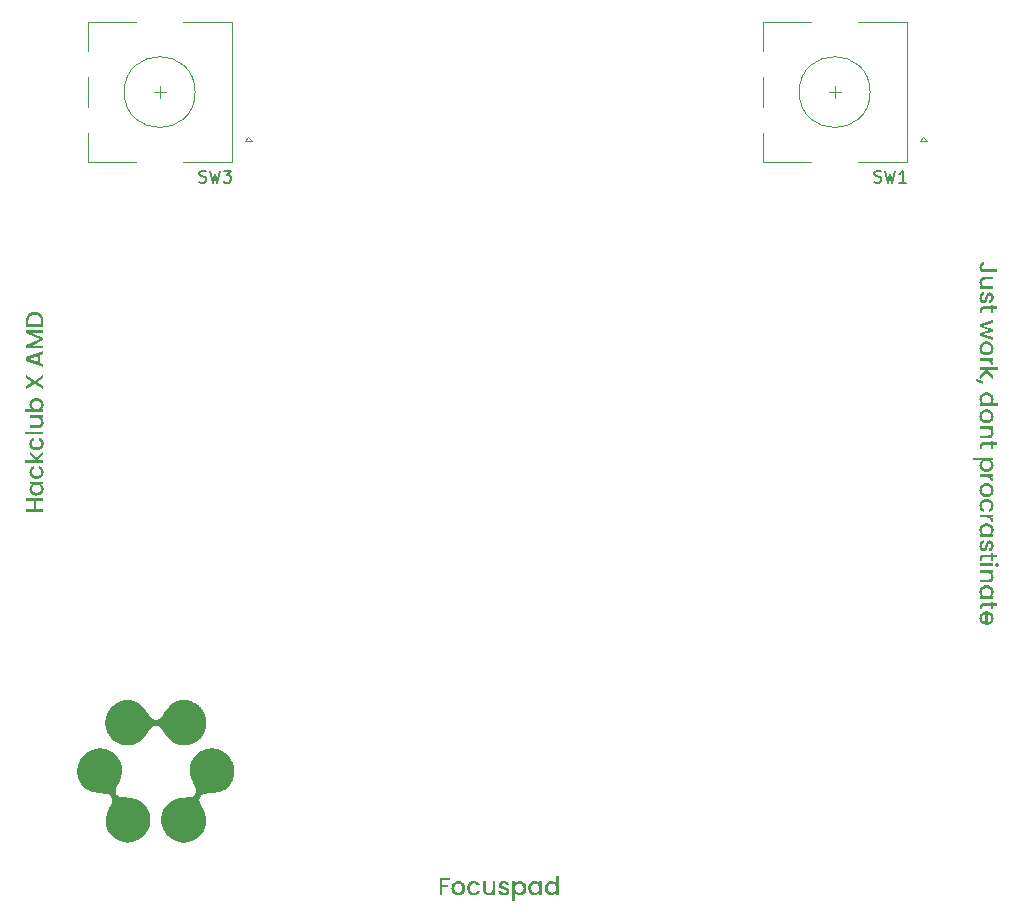
<source format=gbr>
%TF.GenerationSoftware,KiCad,Pcbnew,9.0.6*%
%TF.CreationDate,2025-12-28T20:47:28+01:00*%
%TF.ProjectId,Makropad_v1,4d616b72-6f70-4616-945f-76312e6b6963,rev?*%
%TF.SameCoordinates,Original*%
%TF.FileFunction,Legend,Top*%
%TF.FilePolarity,Positive*%
%FSLAX46Y46*%
G04 Gerber Fmt 4.6, Leading zero omitted, Abs format (unit mm)*
G04 Created by KiCad (PCBNEW 9.0.6) date 2025-12-28 20:47:28*
%MOMM*%
%LPD*%
G01*
G04 APERTURE LIST*
%ADD10C,0.100000*%
%ADD11C,0.150000*%
%ADD12C,0.120000*%
%ADD13C,0.000000*%
G04 APERTURE END LIST*
D10*
G36*
X108097095Y-97482978D02*
G01*
X107042882Y-97482978D01*
X106946276Y-97474881D01*
X106864156Y-97451911D01*
X106793873Y-97415104D01*
X106733487Y-97364184D01*
X106684747Y-97301689D01*
X106649517Y-97230100D01*
X106627601Y-97147683D01*
X106619914Y-97052133D01*
X106627589Y-96956573D01*
X106649471Y-96874135D01*
X106684646Y-96802519D01*
X106733304Y-96739991D01*
X106793557Y-96689102D01*
X106863676Y-96652325D01*
X106945598Y-96629377D01*
X107041966Y-96621289D01*
X107041966Y-96864921D01*
X106978891Y-96870702D01*
X106928418Y-96886736D01*
X106887909Y-96911999D01*
X106857060Y-96947089D01*
X106837868Y-96992394D01*
X106830940Y-97051126D01*
X106837942Y-97109741D01*
X106857429Y-97155395D01*
X106888917Y-97191168D01*
X106930036Y-97217187D01*
X106980150Y-97233514D01*
X107041599Y-97239345D01*
X108097095Y-97239345D01*
X108097095Y-97482978D01*
G37*
G36*
X107798142Y-98919125D02*
G01*
X106637500Y-98919125D01*
X106637500Y-98678790D01*
X106773695Y-98678790D01*
X106710350Y-98614160D01*
X106660947Y-98530413D01*
X106630242Y-98436337D01*
X106619914Y-98335782D01*
X106626496Y-98245979D01*
X106645606Y-98164715D01*
X106676792Y-98090593D01*
X106720645Y-98023810D01*
X106776452Y-97967295D01*
X106845503Y-97920233D01*
X106922325Y-97886659D01*
X107011432Y-97865571D01*
X107115239Y-97858135D01*
X107798142Y-97858135D01*
X107798142Y-98092608D01*
X107150867Y-98092608D01*
X107049668Y-98102370D01*
X106971606Y-98129092D01*
X106911448Y-98170826D01*
X106866059Y-98227880D01*
X106838117Y-98297870D01*
X106828192Y-98384600D01*
X106838094Y-98471357D01*
X106866022Y-98541714D01*
X106911448Y-98599381D01*
X106971701Y-98641799D01*
X107049767Y-98668901D01*
X107150867Y-98678790D01*
X107798142Y-98678790D01*
X107798142Y-98919125D01*
G37*
G36*
X106619914Y-99649198D02*
G01*
X106625651Y-99558851D01*
X106642241Y-99477326D01*
X106669098Y-99403367D01*
X106706801Y-99334611D01*
X106751444Y-99277771D01*
X106803188Y-99231451D01*
X106862271Y-99196188D01*
X106924973Y-99175304D01*
X106992690Y-99168253D01*
X106992690Y-99416740D01*
X106946435Y-99427215D01*
X106905635Y-99450171D01*
X106868950Y-99487082D01*
X106841888Y-99532163D01*
X106825121Y-99585096D01*
X106819216Y-99647824D01*
X106824195Y-99714166D01*
X106837669Y-99765236D01*
X106858142Y-99804262D01*
X106887476Y-99835880D01*
X106920376Y-99853885D01*
X106958343Y-99859949D01*
X106998125Y-99853043D01*
X107029743Y-99832972D01*
X107055246Y-99797759D01*
X107085385Y-99725932D01*
X107124672Y-99600838D01*
X107161872Y-99476730D01*
X107194282Y-99388072D01*
X107236725Y-99311730D01*
X107297505Y-99245831D01*
X107346974Y-99213357D01*
X107407094Y-99193068D01*
X107480687Y-99185839D01*
X107540810Y-99191933D01*
X107596967Y-99210028D01*
X107650314Y-99240610D01*
X107696880Y-99281285D01*
X107737249Y-99333070D01*
X107771489Y-99397689D01*
X107795515Y-99467152D01*
X107810503Y-99545046D01*
X107815727Y-99632711D01*
X107808838Y-99731697D01*
X107789334Y-99816467D01*
X107758367Y-99889317D01*
X107716259Y-99952090D01*
X107662409Y-100005362D01*
X107600376Y-100044373D01*
X107528710Y-100069985D01*
X107445241Y-100081782D01*
X107445241Y-99841081D01*
X107494658Y-99830994D01*
X107535626Y-99810113D01*
X107569897Y-99778066D01*
X107594846Y-99737833D01*
X107610703Y-99687606D01*
X107616425Y-99624743D01*
X107611798Y-99562495D01*
X107599362Y-99515289D01*
X107580613Y-99479846D01*
X107553669Y-99451480D01*
X107522577Y-99435072D01*
X107485816Y-99429471D01*
X107443142Y-99437904D01*
X107407872Y-99463176D01*
X107380021Y-99499990D01*
X107358321Y-99545242D01*
X107313075Y-99688307D01*
X107277364Y-99808483D01*
X107244565Y-99895578D01*
X107201777Y-99970890D01*
X107142441Y-100035437D01*
X107094385Y-100067335D01*
X107035651Y-100087296D01*
X106963381Y-100094422D01*
X106899115Y-100088208D01*
X106840532Y-100069971D01*
X106786335Y-100039559D01*
X106739027Y-99998897D01*
X106698348Y-99947721D01*
X106664153Y-99884495D01*
X106640243Y-99816325D01*
X106625200Y-99738427D01*
X106619914Y-99649198D01*
G37*
G36*
X107604701Y-100632611D02*
G01*
X106959534Y-100632611D01*
X106900259Y-100641079D01*
X106865286Y-100662653D01*
X106845040Y-100699589D01*
X106836802Y-100765418D01*
X106836802Y-100910682D01*
X106637500Y-100910682D01*
X106637500Y-100722187D01*
X106647075Y-100617142D01*
X106673154Y-100536539D01*
X106713520Y-100474891D01*
X106754105Y-100439522D01*
X106806742Y-100412826D01*
X106874327Y-100395378D01*
X106960633Y-100388979D01*
X107604701Y-100388979D01*
X107604701Y-100254157D01*
X107798142Y-100254157D01*
X107798142Y-100388979D01*
X108085371Y-100388979D01*
X108085371Y-100632611D01*
X107798142Y-100632611D01*
X107798142Y-100910682D01*
X107604701Y-100910682D01*
X107604701Y-100632611D01*
G37*
G36*
X107798142Y-103233248D02*
G01*
X106637500Y-102874211D01*
X106637500Y-102622152D01*
X107494792Y-102389053D01*
X106637500Y-102155954D01*
X106637500Y-101903987D01*
X107798142Y-101542752D01*
X107798142Y-101786384D01*
X106865012Y-102027909D01*
X107798142Y-102273557D01*
X107798142Y-102523509D01*
X106869225Y-102758715D01*
X107798142Y-102998042D01*
X107798142Y-103233248D01*
G37*
G36*
X107334510Y-103345012D02*
G01*
X107438181Y-103371075D01*
X107531978Y-103413591D01*
X107616619Y-103472058D01*
X107686237Y-103542309D01*
X107742179Y-103625349D01*
X107782689Y-103717263D01*
X107807304Y-103816642D01*
X107815727Y-103925127D01*
X107807304Y-104033611D01*
X107782689Y-104132991D01*
X107742179Y-104224904D01*
X107686237Y-104307945D01*
X107616619Y-104378196D01*
X107531978Y-104436663D01*
X107438181Y-104479178D01*
X107334510Y-104505242D01*
X107218920Y-104514241D01*
X107103375Y-104505016D01*
X106999655Y-104478269D01*
X106905678Y-104434556D01*
X106821161Y-104374729D01*
X106751161Y-104302766D01*
X106694469Y-104217577D01*
X106653295Y-104123615D01*
X106628396Y-104023133D01*
X106620000Y-103915693D01*
X106828192Y-103915693D01*
X106839215Y-104005260D01*
X106872247Y-104088983D01*
X106906051Y-104138881D01*
X106949764Y-104182496D01*
X107004596Y-104220233D01*
X107065391Y-104247459D01*
X107136165Y-104264568D01*
X107218920Y-104270608D01*
X107301735Y-104264785D01*
X107372092Y-104248351D01*
X107432052Y-104222340D01*
X107486239Y-104185961D01*
X107529598Y-104143392D01*
X107563302Y-104094204D01*
X107596376Y-104011411D01*
X107607449Y-103922013D01*
X107596346Y-103832686D01*
X107563302Y-103750737D01*
X107529605Y-103702432D01*
X107486260Y-103660931D01*
X107432052Y-103625807D01*
X107372222Y-103600972D01*
X107301859Y-103585233D01*
X107218920Y-103579645D01*
X107125316Y-103586430D01*
X107047752Y-103605385D01*
X106983400Y-103635102D01*
X106930041Y-103675175D01*
X106885358Y-103726206D01*
X106853904Y-103782482D01*
X106834786Y-103845111D01*
X106828192Y-103915693D01*
X106620000Y-103915693D01*
X106619914Y-103914594D01*
X106628444Y-103807588D01*
X106653380Y-103709625D01*
X106694469Y-103619030D01*
X106750940Y-103537342D01*
X106820576Y-103468491D01*
X106904671Y-103411484D01*
X106997730Y-103370266D01*
X107101756Y-103344838D01*
X107218920Y-103336013D01*
X107334510Y-103345012D01*
G37*
G36*
X107630347Y-104991980D02*
G01*
X107684679Y-105031054D01*
X107729887Y-105077325D01*
X107766726Y-105131381D01*
X107793346Y-105191202D01*
X107809924Y-105259464D01*
X107815727Y-105337827D01*
X107569530Y-105337827D01*
X107569530Y-105277011D01*
X107560540Y-105186117D01*
X107536031Y-105116872D01*
X107497814Y-105064245D01*
X107444835Y-105027160D01*
X107365234Y-105001793D01*
X107249053Y-104991980D01*
X106637500Y-104991980D01*
X106637500Y-104751645D01*
X107798142Y-104751645D01*
X107798142Y-104991980D01*
X107630347Y-104991980D01*
G37*
G36*
X107216813Y-106016426D02*
G01*
X106637500Y-106549852D01*
X106637500Y-106226444D01*
X107136762Y-105797981D01*
X106637500Y-105797981D01*
X106637500Y-105557646D01*
X108196746Y-105557646D01*
X108196746Y-105797981D01*
X107290452Y-105797981D01*
X107798142Y-106218018D01*
X107798142Y-106549852D01*
X107216813Y-106016426D01*
G37*
G36*
X106924729Y-106981521D02*
G01*
X106344408Y-106727356D01*
X106344408Y-106572017D01*
X106924729Y-106721127D01*
X106924729Y-106981521D01*
G37*
G36*
X107337466Y-107663148D02*
G01*
X107439789Y-107687509D01*
X107531978Y-107727072D01*
X107615834Y-107781840D01*
X107685061Y-107847352D01*
X107741080Y-107924359D01*
X107782353Y-108010208D01*
X107807246Y-108102356D01*
X107815727Y-108202430D01*
X107810326Y-108276957D01*
X107794006Y-108351188D01*
X107766268Y-108425820D01*
X107728687Y-108495888D01*
X107684891Y-108553808D01*
X107634835Y-108601034D01*
X108196746Y-108601034D01*
X108196746Y-108844666D01*
X106637500Y-108844666D01*
X106637500Y-108601034D01*
X106813354Y-108601034D01*
X106761571Y-108557870D01*
X106715366Y-108504130D01*
X106674594Y-108438460D01*
X106644707Y-108367363D01*
X106626290Y-108288478D01*
X106623485Y-108249691D01*
X106828192Y-108249691D01*
X106833353Y-108310191D01*
X106848670Y-108367393D01*
X106874354Y-108422157D01*
X106909414Y-108471428D01*
X106954200Y-108514449D01*
X107009909Y-108551575D01*
X107071223Y-108578518D01*
X107140383Y-108595216D01*
X107218920Y-108601034D01*
X107297388Y-108595199D01*
X107366129Y-108578486D01*
X107426740Y-108551575D01*
X107481800Y-108514505D01*
X107526242Y-108471490D01*
X107561195Y-108422157D01*
X107586932Y-108367388D01*
X107602279Y-108310187D01*
X107607449Y-108249691D01*
X107596137Y-108160163D01*
X107562295Y-108077133D01*
X107527992Y-108027824D01*
X107484246Y-107984846D01*
X107429945Y-107947807D01*
X107369977Y-107920931D01*
X107301566Y-107904202D01*
X107223041Y-107898347D01*
X107144559Y-107904145D01*
X107075039Y-107920826D01*
X107013023Y-107947807D01*
X106956681Y-107985008D01*
X106911218Y-108028358D01*
X106875453Y-108078232D01*
X106849022Y-108133736D01*
X106833409Y-108190612D01*
X106828192Y-108249691D01*
X106623485Y-108249691D01*
X106619914Y-108200323D01*
X106628566Y-108101748D01*
X106654067Y-108010294D01*
X106696576Y-107924359D01*
X106754045Y-107847473D01*
X106825013Y-107781938D01*
X106910990Y-107727072D01*
X107005175Y-107687414D01*
X107108591Y-107663096D01*
X107223041Y-107654715D01*
X107337466Y-107663148D01*
G37*
G36*
X107334510Y-109092534D02*
G01*
X107438181Y-109118598D01*
X107531978Y-109161113D01*
X107616619Y-109219581D01*
X107686237Y-109289831D01*
X107742179Y-109372872D01*
X107782689Y-109464786D01*
X107807304Y-109564165D01*
X107815727Y-109672650D01*
X107807304Y-109781134D01*
X107782689Y-109880514D01*
X107742179Y-109972427D01*
X107686237Y-110055468D01*
X107616619Y-110125718D01*
X107531978Y-110184186D01*
X107438181Y-110226701D01*
X107334510Y-110252765D01*
X107218920Y-110261763D01*
X107103375Y-110252538D01*
X106999655Y-110225792D01*
X106905678Y-110182079D01*
X106821161Y-110122252D01*
X106751161Y-110050288D01*
X106694469Y-109965100D01*
X106653295Y-109871138D01*
X106628396Y-109770656D01*
X106620000Y-109663216D01*
X106828192Y-109663216D01*
X106839215Y-109752783D01*
X106872247Y-109836506D01*
X106906051Y-109886404D01*
X106949764Y-109930018D01*
X107004596Y-109967756D01*
X107065391Y-109994981D01*
X107136165Y-110012091D01*
X107218920Y-110018131D01*
X107301735Y-110012307D01*
X107372092Y-109995874D01*
X107432052Y-109969863D01*
X107486239Y-109933484D01*
X107529598Y-109890915D01*
X107563302Y-109841727D01*
X107596376Y-109758934D01*
X107607449Y-109669535D01*
X107596346Y-109580208D01*
X107563302Y-109498260D01*
X107529605Y-109449955D01*
X107486260Y-109408454D01*
X107432052Y-109373330D01*
X107372222Y-109348495D01*
X107301859Y-109332755D01*
X107218920Y-109327168D01*
X107125316Y-109333953D01*
X107047752Y-109352907D01*
X106983400Y-109382624D01*
X106930041Y-109422698D01*
X106885358Y-109473729D01*
X106853904Y-109530005D01*
X106834786Y-109592633D01*
X106828192Y-109663216D01*
X106620000Y-109663216D01*
X106619914Y-109662117D01*
X106628444Y-109555111D01*
X106653380Y-109457147D01*
X106694469Y-109366552D01*
X106750940Y-109284865D01*
X106820576Y-109216013D01*
X106904671Y-109159007D01*
X106997730Y-109117789D01*
X107101756Y-109092360D01*
X107218920Y-109083536D01*
X107334510Y-109092534D01*
G37*
G36*
X107815727Y-111082236D02*
G01*
X107809149Y-111171296D01*
X107790044Y-111251920D01*
X107758849Y-111325502D01*
X107715098Y-111391782D01*
X107659420Y-111447556D01*
X107590505Y-111493663D01*
X107513951Y-111526416D01*
X107425022Y-111547023D01*
X107321318Y-111554296D01*
X106637500Y-111554296D01*
X106637500Y-111319823D01*
X107285506Y-111319823D01*
X107386512Y-111310141D01*
X107464360Y-111283655D01*
X107524284Y-111242337D01*
X107569652Y-111185821D01*
X107597546Y-111116524D01*
X107607449Y-111030670D01*
X107597576Y-110944910D01*
X107569701Y-110875269D01*
X107524284Y-110818087D01*
X107464272Y-110776139D01*
X107386421Y-110749303D01*
X107285506Y-110739502D01*
X106637500Y-110739502D01*
X106637500Y-110499167D01*
X107798142Y-110499167D01*
X107798142Y-110739502D01*
X107664693Y-110739502D01*
X107727671Y-110805449D01*
X107775885Y-110888887D01*
X107805688Y-110982272D01*
X107815727Y-111082236D01*
G37*
G36*
X107604701Y-112140846D02*
G01*
X106959534Y-112140846D01*
X106900259Y-112149313D01*
X106865286Y-112170887D01*
X106845040Y-112207823D01*
X106836802Y-112273653D01*
X106836802Y-112418916D01*
X106637500Y-112418916D01*
X106637500Y-112230422D01*
X106647075Y-112125376D01*
X106673154Y-112044774D01*
X106713520Y-111983126D01*
X106754105Y-111947756D01*
X106806742Y-111921060D01*
X106874327Y-111903612D01*
X106960633Y-111897213D01*
X107604701Y-111897213D01*
X107604701Y-111762391D01*
X107798142Y-111762391D01*
X107798142Y-111897213D01*
X108085371Y-111897213D01*
X108085371Y-112140846D01*
X107798142Y-112140846D01*
X107798142Y-112418916D01*
X107604701Y-112418916D01*
X107604701Y-112140846D01*
G37*
G36*
X107798142Y-113428616D02*
G01*
X107626500Y-113428616D01*
X107675730Y-113472835D01*
X107720569Y-113527660D01*
X107761047Y-113594487D01*
X107791030Y-113666326D01*
X107809401Y-113745016D01*
X107815727Y-113831892D01*
X107807288Y-113930508D01*
X107782435Y-114021978D01*
X107741080Y-114107855D01*
X107685010Y-114184900D01*
X107615784Y-114250093D01*
X107531978Y-114304227D01*
X107439840Y-114343272D01*
X107337511Y-114367335D01*
X107223041Y-114375668D01*
X107108547Y-114367386D01*
X107005125Y-114343367D01*
X106910990Y-114304227D01*
X106825063Y-114249995D01*
X106754095Y-114184778D01*
X106696576Y-114107855D01*
X106654061Y-114021863D01*
X106628563Y-113930408D01*
X106619914Y-113831892D01*
X106623696Y-113779227D01*
X106828192Y-113779227D01*
X106833447Y-113839573D01*
X106849098Y-113897050D01*
X106875453Y-113952517D01*
X106911218Y-114002321D01*
X106956681Y-114045580D01*
X107013023Y-114082668D01*
X107075034Y-114109597D01*
X107144555Y-114126248D01*
X107223041Y-114132035D01*
X107301571Y-114126191D01*
X107369982Y-114109492D01*
X107429945Y-114082668D01*
X107484165Y-114045682D01*
X107527921Y-114002445D01*
X107562295Y-113952517D01*
X107596167Y-113868733D01*
X107607449Y-113779227D01*
X107595977Y-113691684D01*
X107561195Y-113608135D01*
X107526186Y-113558292D01*
X107481736Y-113515044D01*
X107426740Y-113477984D01*
X107366134Y-113451124D01*
X107297393Y-113434441D01*
X107218920Y-113428616D01*
X107140378Y-113434424D01*
X107071218Y-113451092D01*
X107009909Y-113477984D01*
X106954265Y-113515101D01*
X106909470Y-113558354D01*
X106874354Y-113608135D01*
X106839643Y-113691679D01*
X106828192Y-113779227D01*
X106623696Y-113779227D01*
X106626155Y-113744980D01*
X106644197Y-113667022D01*
X106673495Y-113596594D01*
X106734711Y-113501953D01*
X106807126Y-113428616D01*
X106086488Y-113428616D01*
X106086488Y-113188281D01*
X107798142Y-113188281D01*
X107798142Y-113428616D01*
G37*
G36*
X107630347Y-114851575D02*
G01*
X107684679Y-114890650D01*
X107729887Y-114936920D01*
X107766726Y-114990976D01*
X107793346Y-115050798D01*
X107809924Y-115119059D01*
X107815727Y-115197423D01*
X107569530Y-115197423D01*
X107569530Y-115136606D01*
X107560540Y-115045712D01*
X107536031Y-114976467D01*
X107497814Y-114923840D01*
X107444835Y-114886755D01*
X107365234Y-114861388D01*
X107249053Y-114851575D01*
X106637500Y-114851575D01*
X106637500Y-114611240D01*
X107798142Y-114611240D01*
X107798142Y-114851575D01*
X107630347Y-114851575D01*
G37*
G36*
X107334510Y-115350036D02*
G01*
X107438181Y-115376100D01*
X107531978Y-115418615D01*
X107616619Y-115477083D01*
X107686237Y-115547333D01*
X107742179Y-115630374D01*
X107782689Y-115722287D01*
X107807304Y-115821667D01*
X107815727Y-115930151D01*
X107807304Y-116038636D01*
X107782689Y-116138015D01*
X107742179Y-116229929D01*
X107686237Y-116312970D01*
X107616619Y-116383220D01*
X107531978Y-116441687D01*
X107438181Y-116484203D01*
X107334510Y-116510266D01*
X107218920Y-116519265D01*
X107103375Y-116510040D01*
X106999655Y-116483294D01*
X106905678Y-116439581D01*
X106821161Y-116379754D01*
X106751161Y-116307790D01*
X106694469Y-116222602D01*
X106653295Y-116128640D01*
X106628396Y-116028157D01*
X106620000Y-115920717D01*
X106828192Y-115920717D01*
X106839215Y-116010284D01*
X106872247Y-116094008D01*
X106906051Y-116143905D01*
X106949764Y-116187520D01*
X107004596Y-116225258D01*
X107065391Y-116252483D01*
X107136165Y-116269593D01*
X107218920Y-116275633D01*
X107301735Y-116269809D01*
X107372092Y-116253376D01*
X107432052Y-116227364D01*
X107486239Y-116190985D01*
X107529598Y-116148416D01*
X107563302Y-116099228D01*
X107596376Y-116016435D01*
X107607449Y-115927037D01*
X107596346Y-115837710D01*
X107563302Y-115755762D01*
X107529605Y-115707457D01*
X107486260Y-115665956D01*
X107432052Y-115630832D01*
X107372222Y-115605997D01*
X107301859Y-115590257D01*
X107218920Y-115584670D01*
X107125316Y-115591455D01*
X107047752Y-115610409D01*
X106983400Y-115640126D01*
X106930041Y-115680199D01*
X106885358Y-115731231D01*
X106853904Y-115787506D01*
X106834786Y-115850135D01*
X106828192Y-115920717D01*
X106620000Y-115920717D01*
X106619914Y-115919618D01*
X106628444Y-115812613D01*
X106653380Y-115714649D01*
X106694469Y-115624054D01*
X106750940Y-115542367D01*
X106820576Y-115473515D01*
X106904671Y-115416509D01*
X106997730Y-115375291D01*
X107101756Y-115349862D01*
X107218920Y-115341038D01*
X107334510Y-115350036D01*
G37*
G36*
X107218920Y-116674603D02*
G01*
X107336125Y-116683075D01*
X107440110Y-116707455D01*
X107532985Y-116746869D01*
X107617256Y-116801859D01*
X107686499Y-116868305D01*
X107742179Y-116947087D01*
X107782499Y-117035021D01*
X107807201Y-117132194D01*
X107815727Y-117240545D01*
X107808909Y-117345311D01*
X107789469Y-117436773D01*
X107758440Y-117516922D01*
X107716168Y-117587400D01*
X107662021Y-117649640D01*
X107597608Y-117701064D01*
X107521702Y-117742223D01*
X107432510Y-117772964D01*
X107432510Y-117514585D01*
X107486967Y-117488904D01*
X107531630Y-117455431D01*
X107567790Y-117413835D01*
X107594093Y-117365428D01*
X107610581Y-117308026D01*
X107616425Y-117239537D01*
X107609522Y-117167985D01*
X107589726Y-117106314D01*
X107557433Y-117052538D01*
X107511736Y-117005339D01*
X107457619Y-116969047D01*
X107392331Y-116941889D01*
X107313665Y-116924478D01*
X107218920Y-116918236D01*
X107124212Y-116924462D01*
X107045336Y-116941849D01*
X106979651Y-116969009D01*
X106925004Y-117005339D01*
X106878774Y-117052607D01*
X106846152Y-117106409D01*
X106826177Y-117168055D01*
X106819216Y-117239537D01*
X106827265Y-117320348D01*
X106849758Y-117385581D01*
X106885650Y-117438566D01*
X106935877Y-117481382D01*
X107003223Y-117514585D01*
X107003223Y-117772964D01*
X106918407Y-117741656D01*
X106844339Y-117699927D01*
X106779694Y-117647695D01*
X106723595Y-117584286D01*
X106679260Y-117512972D01*
X106646985Y-117432964D01*
X106626913Y-117342768D01*
X106619914Y-117240545D01*
X106628549Y-117132246D01*
X106653577Y-117035079D01*
X106694469Y-116947087D01*
X106750789Y-116868258D01*
X106820387Y-116801812D01*
X106904671Y-116746869D01*
X106997548Y-116707461D01*
X107101591Y-116683078D01*
X107218920Y-116674603D01*
G37*
G36*
X107630347Y-118255832D02*
G01*
X107684679Y-118294906D01*
X107729887Y-118341177D01*
X107766726Y-118395233D01*
X107793346Y-118455054D01*
X107809924Y-118523316D01*
X107815727Y-118601680D01*
X107569530Y-118601680D01*
X107569530Y-118540863D01*
X107560540Y-118449969D01*
X107536031Y-118380724D01*
X107497814Y-118328097D01*
X107444835Y-118291012D01*
X107365234Y-118265645D01*
X107249053Y-118255832D01*
X106637500Y-118255832D01*
X106637500Y-118015497D01*
X107798142Y-118015497D01*
X107798142Y-118255832D01*
X107630347Y-118255832D01*
G37*
G36*
X107337466Y-118747865D02*
G01*
X107439789Y-118772227D01*
X107531978Y-118811789D01*
X107615834Y-118866558D01*
X107685061Y-118932069D01*
X107741080Y-119009077D01*
X107782429Y-119094897D01*
X107807284Y-119186365D01*
X107815727Y-119285040D01*
X107809393Y-119374654D01*
X107791244Y-119453465D01*
X107762055Y-119523177D01*
X107722406Y-119587886D01*
X107677949Y-119641683D01*
X107628606Y-119685751D01*
X107798142Y-119685751D01*
X107798142Y-119929384D01*
X106637500Y-119929384D01*
X106637500Y-119685751D01*
X106811248Y-119685751D01*
X106760732Y-119641438D01*
X106715205Y-119586628D01*
X106674594Y-119519972D01*
X106644676Y-119448229D01*
X106626273Y-119368990D01*
X106623779Y-119334408D01*
X106828192Y-119334408D01*
X106833353Y-119394908D01*
X106848670Y-119452111D01*
X106874354Y-119506874D01*
X106909414Y-119556146D01*
X106954200Y-119599166D01*
X107009909Y-119636292D01*
X107071223Y-119663236D01*
X107140383Y-119679934D01*
X107218920Y-119685751D01*
X107297388Y-119679916D01*
X107366129Y-119663203D01*
X107426740Y-119636292D01*
X107481800Y-119599222D01*
X107526242Y-119556208D01*
X107561195Y-119506874D01*
X107586932Y-119452106D01*
X107602279Y-119394904D01*
X107607449Y-119334408D01*
X107596137Y-119244881D01*
X107562295Y-119161851D01*
X107527992Y-119112541D01*
X107484246Y-119069563D01*
X107429945Y-119032524D01*
X107369977Y-119005648D01*
X107301566Y-118988920D01*
X107223041Y-118983065D01*
X107144559Y-118988862D01*
X107075039Y-119005543D01*
X107013023Y-119032524D01*
X106956681Y-119069725D01*
X106911218Y-119113076D01*
X106875453Y-119162950D01*
X106849022Y-119218453D01*
X106833409Y-119275330D01*
X106828192Y-119334408D01*
X106623779Y-119334408D01*
X106619914Y-119280827D01*
X106628544Y-119183666D01*
X106654020Y-119093242D01*
X106696576Y-119007978D01*
X106753974Y-118931776D01*
X106824933Y-118866591D01*
X106910990Y-118811789D01*
X107005175Y-118772131D01*
X107108591Y-118747814D01*
X107223041Y-118739433D01*
X107337466Y-118747865D01*
G37*
G36*
X106619914Y-120660922D02*
G01*
X106625651Y-120570575D01*
X106642241Y-120489050D01*
X106669098Y-120415091D01*
X106706801Y-120346334D01*
X106751444Y-120289494D01*
X106803188Y-120243175D01*
X106862271Y-120207912D01*
X106924973Y-120187027D01*
X106992690Y-120179977D01*
X106992690Y-120428463D01*
X106946435Y-120438939D01*
X106905635Y-120461895D01*
X106868950Y-120498805D01*
X106841888Y-120543887D01*
X106825121Y-120596819D01*
X106819216Y-120659548D01*
X106824195Y-120725890D01*
X106837669Y-120776959D01*
X106858142Y-120815985D01*
X106887476Y-120847604D01*
X106920376Y-120865608D01*
X106958343Y-120871673D01*
X106998125Y-120864766D01*
X107029743Y-120844696D01*
X107055246Y-120809482D01*
X107085385Y-120737655D01*
X107124672Y-120612561D01*
X107161872Y-120488454D01*
X107194282Y-120399795D01*
X107236725Y-120323453D01*
X107297505Y-120257554D01*
X107346974Y-120225080D01*
X107407094Y-120204791D01*
X107480687Y-120197562D01*
X107540810Y-120203656D01*
X107596967Y-120221752D01*
X107650314Y-120252334D01*
X107696880Y-120293009D01*
X107737249Y-120344793D01*
X107771489Y-120409412D01*
X107795515Y-120478875D01*
X107810503Y-120556769D01*
X107815727Y-120644435D01*
X107808838Y-120743420D01*
X107789334Y-120828191D01*
X107758367Y-120901041D01*
X107716259Y-120963813D01*
X107662409Y-121017085D01*
X107600376Y-121056096D01*
X107528710Y-121081709D01*
X107445241Y-121093506D01*
X107445241Y-120852805D01*
X107494658Y-120842718D01*
X107535626Y-120821837D01*
X107569897Y-120789790D01*
X107594846Y-120749556D01*
X107610703Y-120699329D01*
X107616425Y-120636467D01*
X107611798Y-120574218D01*
X107599362Y-120527012D01*
X107580613Y-120491570D01*
X107553669Y-120463204D01*
X107522577Y-120446796D01*
X107485816Y-120441195D01*
X107443142Y-120449628D01*
X107407872Y-120474900D01*
X107380021Y-120511714D01*
X107358321Y-120556966D01*
X107313075Y-120700031D01*
X107277364Y-120820207D01*
X107244565Y-120907301D01*
X107201777Y-120982613D01*
X107142441Y-121047161D01*
X107094385Y-121079059D01*
X107035651Y-121099020D01*
X106963381Y-121106146D01*
X106899115Y-121099932D01*
X106840532Y-121081695D01*
X106786335Y-121051283D01*
X106739027Y-121010620D01*
X106698348Y-120959444D01*
X106664153Y-120896219D01*
X106640243Y-120828048D01*
X106625200Y-120750151D01*
X106619914Y-120660922D01*
G37*
G36*
X107604701Y-121644335D02*
G01*
X106959534Y-121644335D01*
X106900259Y-121652803D01*
X106865286Y-121674377D01*
X106845040Y-121711313D01*
X106836802Y-121777142D01*
X106836802Y-121922405D01*
X106637500Y-121922405D01*
X106637500Y-121733911D01*
X106647075Y-121628865D01*
X106673154Y-121548263D01*
X106713520Y-121486615D01*
X106754105Y-121451245D01*
X106806742Y-121424549D01*
X106874327Y-121407102D01*
X106960633Y-121400703D01*
X107604701Y-121400703D01*
X107604701Y-121265881D01*
X107798142Y-121265881D01*
X107798142Y-121400703D01*
X108085371Y-121400703D01*
X108085371Y-121644335D01*
X107798142Y-121644335D01*
X107798142Y-121922405D01*
X107604701Y-121922405D01*
X107604701Y-121644335D01*
G37*
G36*
X107950549Y-122264864D02*
G01*
X107955556Y-122223259D01*
X107970088Y-122187288D01*
X107994421Y-122155596D01*
X108025954Y-122131085D01*
X108061683Y-122116476D01*
X108102957Y-122111449D01*
X108144230Y-122116476D01*
X108179960Y-122131085D01*
X108211492Y-122155596D01*
X108235825Y-122187288D01*
X108250357Y-122223259D01*
X108255364Y-122264864D01*
X108250410Y-122305134D01*
X108235930Y-122340468D01*
X108211492Y-122372117D01*
X108179960Y-122396629D01*
X108144230Y-122411237D01*
X108102957Y-122416264D01*
X108061683Y-122411237D01*
X108025954Y-122396629D01*
X107994421Y-122372117D01*
X107969983Y-122340468D01*
X107955503Y-122305134D01*
X107950549Y-122264864D01*
G37*
G36*
X107798142Y-122381093D02*
G01*
X106637500Y-122381093D01*
X106637500Y-122140758D01*
X107798142Y-122140758D01*
X107798142Y-122381093D01*
G37*
G36*
X107815727Y-123283632D02*
G01*
X107809149Y-123372692D01*
X107790044Y-123453316D01*
X107758849Y-123526898D01*
X107715098Y-123593177D01*
X107659420Y-123648951D01*
X107590505Y-123695059D01*
X107513951Y-123727811D01*
X107425022Y-123748419D01*
X107321318Y-123755692D01*
X106637500Y-123755692D01*
X106637500Y-123521219D01*
X107285506Y-123521219D01*
X107386512Y-123511536D01*
X107464360Y-123485051D01*
X107524284Y-123443733D01*
X107569652Y-123387217D01*
X107597546Y-123317919D01*
X107607449Y-123232066D01*
X107597576Y-123146306D01*
X107569701Y-123076664D01*
X107524284Y-123019483D01*
X107464272Y-122977534D01*
X107386421Y-122950698D01*
X107285506Y-122940898D01*
X106637500Y-122940898D01*
X106637500Y-122700563D01*
X107798142Y-122700563D01*
X107798142Y-122940898D01*
X107664693Y-122940898D01*
X107727671Y-123006844D01*
X107775885Y-123090283D01*
X107805688Y-123183667D01*
X107815727Y-123283632D01*
G37*
G36*
X107337466Y-123989805D02*
G01*
X107439789Y-124014167D01*
X107531978Y-124053729D01*
X107615834Y-124108498D01*
X107685061Y-124174009D01*
X107741080Y-124251017D01*
X107782429Y-124336837D01*
X107807284Y-124428305D01*
X107815727Y-124526980D01*
X107809393Y-124616594D01*
X107791244Y-124695405D01*
X107762055Y-124765117D01*
X107722406Y-124829826D01*
X107677949Y-124883623D01*
X107628606Y-124927691D01*
X107798142Y-124927691D01*
X107798142Y-125171324D01*
X106637500Y-125171324D01*
X106637500Y-124927691D01*
X106811248Y-124927691D01*
X106760732Y-124883378D01*
X106715205Y-124828568D01*
X106674594Y-124761912D01*
X106644676Y-124690169D01*
X106626273Y-124610930D01*
X106623779Y-124576348D01*
X106828192Y-124576348D01*
X106833353Y-124636848D01*
X106848670Y-124694051D01*
X106874354Y-124748814D01*
X106909414Y-124798086D01*
X106954200Y-124841106D01*
X107009909Y-124878232D01*
X107071223Y-124905176D01*
X107140383Y-124921874D01*
X107218920Y-124927691D01*
X107297388Y-124921856D01*
X107366129Y-124905143D01*
X107426740Y-124878232D01*
X107481800Y-124841162D01*
X107526242Y-124798147D01*
X107561195Y-124748814D01*
X107586932Y-124694046D01*
X107602279Y-124636844D01*
X107607449Y-124576348D01*
X107596137Y-124486821D01*
X107562295Y-124403790D01*
X107527992Y-124354481D01*
X107484246Y-124311503D01*
X107429945Y-124274464D01*
X107369977Y-124247588D01*
X107301566Y-124230860D01*
X107223041Y-124225005D01*
X107144559Y-124230802D01*
X107075039Y-124247483D01*
X107013023Y-124274464D01*
X106956681Y-124311665D01*
X106911218Y-124355016D01*
X106875453Y-124404890D01*
X106849022Y-124460393D01*
X106833409Y-124517270D01*
X106828192Y-124576348D01*
X106623779Y-124576348D01*
X106619914Y-124522767D01*
X106628544Y-124425606D01*
X106654020Y-124335182D01*
X106696576Y-124249918D01*
X106753974Y-124173716D01*
X106824933Y-124108531D01*
X106910990Y-124053729D01*
X107005175Y-124014071D01*
X107108591Y-123989754D01*
X107223041Y-123981372D01*
X107337466Y-123989805D01*
G37*
G36*
X107604701Y-125765200D02*
G01*
X106959534Y-125765200D01*
X106900259Y-125773668D01*
X106865286Y-125795242D01*
X106845040Y-125832178D01*
X106836802Y-125898007D01*
X106836802Y-126043271D01*
X106637500Y-126043271D01*
X106637500Y-125854776D01*
X106647075Y-125749731D01*
X106673154Y-125669128D01*
X106713520Y-125607480D01*
X106754105Y-125572111D01*
X106806742Y-125545415D01*
X106874327Y-125527967D01*
X106960633Y-125521568D01*
X107604701Y-125521568D01*
X107604701Y-125386746D01*
X107798142Y-125386746D01*
X107798142Y-125521568D01*
X108085371Y-125521568D01*
X108085371Y-125765200D01*
X107798142Y-125765200D01*
X107798142Y-126043271D01*
X107604701Y-126043271D01*
X107604701Y-125765200D01*
G37*
G36*
X107336115Y-126196843D02*
G01*
X107440100Y-126221282D01*
X107532985Y-126260799D01*
X107617025Y-126316029D01*
X107686296Y-126383548D01*
X107742179Y-126464406D01*
X107782449Y-126554503D01*
X107807178Y-126654321D01*
X107815727Y-126765833D01*
X107807468Y-126873131D01*
X107783509Y-126969796D01*
X107744378Y-127057642D01*
X107690343Y-127136834D01*
X107623963Y-127202938D01*
X107544068Y-127257035D01*
X107455583Y-127296119D01*
X107357344Y-127320158D01*
X107247404Y-127328476D01*
X107129893Y-127320050D01*
X107129893Y-127076418D01*
X107323333Y-127076418D01*
X107407708Y-127065704D01*
X107477539Y-127035031D01*
X107536283Y-126984002D01*
X107580308Y-126918541D01*
X107607098Y-126843182D01*
X107616425Y-126755208D01*
X107607419Y-126675620D01*
X107581198Y-126605670D01*
X107537382Y-126543083D01*
X107479698Y-126493084D01*
X107409323Y-126458089D01*
X107323333Y-126438211D01*
X107323333Y-127076418D01*
X107129893Y-127076418D01*
X107129893Y-126436105D01*
X107040413Y-126452792D01*
X106966245Y-126487038D01*
X106904304Y-126538870D01*
X106857277Y-126604695D01*
X106828989Y-126679434D01*
X106819216Y-126765741D01*
X106826294Y-126841101D01*
X106846300Y-126904005D01*
X106878441Y-126956943D01*
X106923363Y-127001583D01*
X106983073Y-127038591D01*
X106983073Y-127296969D01*
X106883081Y-127252517D01*
X106796509Y-127189691D01*
X106721672Y-127107009D01*
X106678178Y-127036188D01*
X106646495Y-126956754D01*
X106626787Y-126867236D01*
X106619914Y-126765833D01*
X106628500Y-126657189D01*
X106653488Y-126558720D01*
X106694469Y-126468620D01*
X106750916Y-126387570D01*
X106820544Y-126319324D01*
X106904671Y-126262906D01*
X106997678Y-126222206D01*
X107101709Y-126197076D01*
X107218920Y-126188351D01*
X107336115Y-126196843D01*
G37*
G36*
X61769527Y-148750404D02*
G01*
X61769527Y-148943845D01*
X61151104Y-148943845D01*
X61151104Y-149377620D01*
X61631774Y-149377620D01*
X61631774Y-149571060D01*
X61151104Y-149571060D01*
X61151104Y-150210000D01*
X60910769Y-150210000D01*
X60910769Y-148750404D01*
X61769527Y-148750404D01*
G37*
G36*
X62613671Y-149040195D02*
G01*
X62713050Y-149064810D01*
X62804964Y-149105320D01*
X62888005Y-149161262D01*
X62958255Y-149230880D01*
X63016722Y-149315521D01*
X63059238Y-149409318D01*
X63085301Y-149512989D01*
X63094300Y-149628579D01*
X63085075Y-149744124D01*
X63058328Y-149847844D01*
X63014616Y-149941821D01*
X62954788Y-150026338D01*
X62882825Y-150096338D01*
X62797636Y-150153030D01*
X62703674Y-150194204D01*
X62603192Y-150219103D01*
X62494653Y-150227585D01*
X62387647Y-150219055D01*
X62289684Y-150194119D01*
X62199089Y-150153030D01*
X62117402Y-150096559D01*
X62048550Y-150026923D01*
X61991543Y-149942828D01*
X61950325Y-149849769D01*
X61924897Y-149745743D01*
X61916072Y-149628579D01*
X62159705Y-149628579D01*
X62166490Y-149722183D01*
X62185444Y-149799747D01*
X62215161Y-149864099D01*
X62255234Y-149917458D01*
X62306266Y-149962141D01*
X62362541Y-149993595D01*
X62425170Y-150012713D01*
X62495752Y-150019307D01*
X62585319Y-150008284D01*
X62669043Y-149975252D01*
X62718940Y-149941448D01*
X62762555Y-149897735D01*
X62800293Y-149842903D01*
X62827518Y-149782108D01*
X62844628Y-149711334D01*
X62850668Y-149628579D01*
X62844844Y-149545764D01*
X62828410Y-149475407D01*
X62802399Y-149415447D01*
X62766020Y-149361260D01*
X62723451Y-149317901D01*
X62674263Y-149284197D01*
X62591470Y-149251123D01*
X62502072Y-149240050D01*
X62412745Y-149251153D01*
X62330797Y-149284197D01*
X62282492Y-149317894D01*
X62240990Y-149361239D01*
X62205867Y-149415447D01*
X62181032Y-149475277D01*
X62165292Y-149545640D01*
X62159705Y-149628579D01*
X61916072Y-149628579D01*
X61925071Y-149512989D01*
X61951135Y-149409318D01*
X61993650Y-149315521D01*
X62052118Y-149230880D01*
X62122368Y-149161262D01*
X62205409Y-149105320D01*
X62297322Y-149064810D01*
X62396702Y-149040195D01*
X62505186Y-149031772D01*
X62613671Y-149040195D01*
G37*
G36*
X63249638Y-149628579D02*
G01*
X63258110Y-149511374D01*
X63282490Y-149407389D01*
X63321904Y-149314514D01*
X63376894Y-149230243D01*
X63443340Y-149161000D01*
X63522122Y-149105320D01*
X63610056Y-149065000D01*
X63707229Y-149040298D01*
X63815580Y-149031772D01*
X63920345Y-149038590D01*
X64011808Y-149058030D01*
X64091957Y-149089059D01*
X64162435Y-149131331D01*
X64224675Y-149185478D01*
X64276099Y-149249891D01*
X64317258Y-149325797D01*
X64347998Y-149414989D01*
X64089620Y-149414989D01*
X64063939Y-149360532D01*
X64030466Y-149315869D01*
X63988870Y-149279709D01*
X63940463Y-149253406D01*
X63883061Y-149236918D01*
X63814572Y-149231074D01*
X63743020Y-149237977D01*
X63681349Y-149257773D01*
X63627573Y-149290066D01*
X63580374Y-149335763D01*
X63544082Y-149389880D01*
X63516924Y-149455168D01*
X63499513Y-149533834D01*
X63493271Y-149628579D01*
X63499496Y-149723287D01*
X63516884Y-149802163D01*
X63544043Y-149867848D01*
X63580374Y-149922495D01*
X63627642Y-149968725D01*
X63681443Y-150001347D01*
X63743089Y-150021322D01*
X63814572Y-150028283D01*
X63895383Y-150020234D01*
X63960616Y-149997741D01*
X64013601Y-149961849D01*
X64056417Y-149911622D01*
X64089620Y-149844276D01*
X64347998Y-149844276D01*
X64316691Y-149929092D01*
X64274962Y-150003160D01*
X64222730Y-150067805D01*
X64159321Y-150123904D01*
X64088007Y-150168239D01*
X64007999Y-150200514D01*
X63917803Y-150220586D01*
X63815580Y-150227585D01*
X63707281Y-150218950D01*
X63610113Y-150193922D01*
X63522122Y-150153030D01*
X63443293Y-150096710D01*
X63376847Y-150027112D01*
X63321904Y-149942828D01*
X63282496Y-149849951D01*
X63258113Y-149745908D01*
X63249638Y-149628579D01*
G37*
G36*
X65639799Y-149049357D02*
G01*
X65639799Y-150210000D01*
X65399464Y-150210000D01*
X65399464Y-150073804D01*
X65334834Y-150137149D01*
X65251086Y-150186552D01*
X65157011Y-150217257D01*
X65056455Y-150227585D01*
X64966653Y-150221003D01*
X64885389Y-150201893D01*
X64811266Y-150170707D01*
X64744483Y-150126854D01*
X64687969Y-150071047D01*
X64640907Y-150001996D01*
X64607332Y-149925174D01*
X64586244Y-149836067D01*
X64578808Y-149732260D01*
X64578808Y-149049357D01*
X64813281Y-149049357D01*
X64813281Y-149696632D01*
X64823044Y-149797831D01*
X64849766Y-149875893D01*
X64891500Y-149936051D01*
X64948554Y-149981440D01*
X65018543Y-150009382D01*
X65105273Y-150019307D01*
X65192030Y-150009405D01*
X65262387Y-149981477D01*
X65320054Y-149936051D01*
X65362473Y-149875798D01*
X65389574Y-149797732D01*
X65399464Y-149696632D01*
X65399464Y-149049357D01*
X65639799Y-149049357D01*
G37*
G36*
X66369871Y-150227585D02*
G01*
X66279524Y-150221848D01*
X66198000Y-150205258D01*
X66124041Y-150178401D01*
X66055284Y-150140698D01*
X65998444Y-150096055D01*
X65952124Y-150044311D01*
X65916861Y-149985228D01*
X65895977Y-149922526D01*
X65888927Y-149854809D01*
X66137413Y-149854809D01*
X66147889Y-149901064D01*
X66170844Y-149941864D01*
X66207755Y-149978549D01*
X66252837Y-150005611D01*
X66305769Y-150022378D01*
X66368497Y-150028283D01*
X66434839Y-150023304D01*
X66485909Y-150009830D01*
X66524935Y-149989357D01*
X66556553Y-149960023D01*
X66574558Y-149927123D01*
X66580622Y-149889156D01*
X66573716Y-149849374D01*
X66553646Y-149817756D01*
X66518432Y-149792253D01*
X66446605Y-149762114D01*
X66321511Y-149722827D01*
X66197403Y-149685627D01*
X66108745Y-149653217D01*
X66032403Y-149610774D01*
X65966504Y-149549994D01*
X65934030Y-149500525D01*
X65913741Y-149440405D01*
X65906512Y-149366812D01*
X65912606Y-149306689D01*
X65930702Y-149250532D01*
X65961284Y-149197185D01*
X66001959Y-149150619D01*
X66053743Y-149110250D01*
X66118362Y-149076010D01*
X66187825Y-149051984D01*
X66265719Y-149036996D01*
X66353385Y-149031772D01*
X66452370Y-149038661D01*
X66537141Y-149058165D01*
X66609990Y-149089132D01*
X66672763Y-149131240D01*
X66726035Y-149185090D01*
X66765046Y-149247123D01*
X66790659Y-149318789D01*
X66802456Y-149402258D01*
X66561755Y-149402258D01*
X66551668Y-149352841D01*
X66530786Y-149311873D01*
X66498740Y-149277602D01*
X66458506Y-149252653D01*
X66408279Y-149236796D01*
X66345416Y-149231074D01*
X66283168Y-149235701D01*
X66235962Y-149248137D01*
X66200519Y-149266886D01*
X66172154Y-149293830D01*
X66155746Y-149324922D01*
X66150144Y-149361683D01*
X66158577Y-149404357D01*
X66183850Y-149439627D01*
X66220663Y-149467478D01*
X66265915Y-149489178D01*
X66408981Y-149534424D01*
X66529157Y-149570135D01*
X66616251Y-149602934D01*
X66691563Y-149645722D01*
X66756111Y-149705058D01*
X66788009Y-149753114D01*
X66807969Y-149811848D01*
X66815095Y-149884118D01*
X66808882Y-149948384D01*
X66790644Y-150006967D01*
X66760232Y-150061164D01*
X66719570Y-150108472D01*
X66668394Y-150149151D01*
X66605169Y-150183346D01*
X66536998Y-150207256D01*
X66459100Y-150222299D01*
X66369871Y-150227585D01*
G37*
G36*
X67816708Y-149040211D02*
G01*
X67908178Y-149065064D01*
X67994056Y-149106419D01*
X68071101Y-149162489D01*
X68136293Y-149231715D01*
X68190427Y-149315521D01*
X68229472Y-149407659D01*
X68253535Y-149509988D01*
X68261868Y-149624458D01*
X68253586Y-149738952D01*
X68229567Y-149842374D01*
X68190427Y-149936509D01*
X68136195Y-150022436D01*
X68070979Y-150093404D01*
X67994056Y-150150923D01*
X67908064Y-150193438D01*
X67816608Y-150218936D01*
X67718092Y-150227585D01*
X67631180Y-150221344D01*
X67553222Y-150203302D01*
X67482794Y-150174004D01*
X67388153Y-150112788D01*
X67314816Y-150040373D01*
X67314816Y-150761011D01*
X67074481Y-150761011D01*
X67074481Y-149628579D01*
X67314816Y-149628579D01*
X67320624Y-149707121D01*
X67337292Y-149776281D01*
X67364184Y-149837590D01*
X67401301Y-149893234D01*
X67444555Y-149938029D01*
X67494335Y-149973145D01*
X67577879Y-150007856D01*
X67665427Y-150019307D01*
X67725773Y-150014052D01*
X67783251Y-149998401D01*
X67838717Y-149972046D01*
X67888521Y-149936281D01*
X67931780Y-149890818D01*
X67968868Y-149834476D01*
X67995797Y-149772465D01*
X68012448Y-149702944D01*
X68018236Y-149624458D01*
X68012391Y-149545928D01*
X67995692Y-149477517D01*
X67968868Y-149417554D01*
X67931882Y-149363334D01*
X67888645Y-149319578D01*
X67838717Y-149285204D01*
X67754933Y-149251332D01*
X67665427Y-149240050D01*
X67577884Y-149251522D01*
X67494335Y-149286304D01*
X67444492Y-149321313D01*
X67401245Y-149365763D01*
X67364184Y-149420759D01*
X67337324Y-149481365D01*
X67320642Y-149550106D01*
X67314816Y-149628579D01*
X67074481Y-149628579D01*
X67074481Y-149049357D01*
X67314816Y-149049357D01*
X67314816Y-149220999D01*
X67359036Y-149171769D01*
X67413860Y-149126930D01*
X67480688Y-149086452D01*
X67552526Y-149056469D01*
X67631216Y-149038098D01*
X67718092Y-149031772D01*
X67816708Y-149040211D01*
G37*
G36*
X69050596Y-149038106D02*
G01*
X69129407Y-149056255D01*
X69199119Y-149085444D01*
X69263828Y-149125093D01*
X69317625Y-149169550D01*
X69361693Y-149218893D01*
X69361693Y-149049357D01*
X69605326Y-149049357D01*
X69605326Y-150210000D01*
X69361693Y-150210000D01*
X69361693Y-150036251D01*
X69317381Y-150086767D01*
X69262570Y-150132294D01*
X69195914Y-150172905D01*
X69124171Y-150202823D01*
X69044932Y-150221226D01*
X68956769Y-150227585D01*
X68859608Y-150218955D01*
X68769184Y-150193479D01*
X68683920Y-150150923D01*
X68607718Y-150093525D01*
X68542533Y-150022566D01*
X68487732Y-149936509D01*
X68448074Y-149842324D01*
X68423756Y-149738908D01*
X68415375Y-149624458D01*
X68659007Y-149624458D01*
X68664804Y-149702940D01*
X68681485Y-149772460D01*
X68708466Y-149834476D01*
X68745667Y-149890818D01*
X68789018Y-149936281D01*
X68838892Y-149972046D01*
X68894395Y-149998477D01*
X68951272Y-150014090D01*
X69010350Y-150019307D01*
X69070850Y-150014146D01*
X69128053Y-149998829D01*
X69182816Y-149973145D01*
X69232088Y-149938085D01*
X69275108Y-149893299D01*
X69312234Y-149837590D01*
X69339178Y-149776276D01*
X69355876Y-149707116D01*
X69361693Y-149628579D01*
X69355858Y-149550111D01*
X69339145Y-149481370D01*
X69312234Y-149420759D01*
X69275165Y-149365699D01*
X69232150Y-149321257D01*
X69182816Y-149286304D01*
X69128048Y-149260567D01*
X69070846Y-149245220D01*
X69010350Y-149240050D01*
X68920823Y-149251362D01*
X68837793Y-149285204D01*
X68788483Y-149319507D01*
X68745505Y-149363253D01*
X68708466Y-149417554D01*
X68681590Y-149477522D01*
X68664862Y-149545933D01*
X68659007Y-149624458D01*
X68415375Y-149624458D01*
X68423807Y-149510033D01*
X68448169Y-149407710D01*
X68487732Y-149315521D01*
X68542500Y-149231665D01*
X68608011Y-149162438D01*
X68685019Y-149106419D01*
X68770839Y-149065070D01*
X68862307Y-149040215D01*
X68960983Y-149031772D01*
X69050596Y-149038106D01*
G37*
G36*
X71028285Y-150210000D02*
G01*
X70784652Y-150210000D01*
X70784652Y-150034145D01*
X70741489Y-150085928D01*
X70687748Y-150132133D01*
X70622078Y-150172905D01*
X70550982Y-150202792D01*
X70472097Y-150221209D01*
X70383941Y-150227585D01*
X70285366Y-150218933D01*
X70193912Y-150193432D01*
X70107978Y-150150923D01*
X70031091Y-150093454D01*
X69965556Y-150022486D01*
X69910690Y-149936509D01*
X69871032Y-149842324D01*
X69846715Y-149738908D01*
X69838333Y-149624458D01*
X70081966Y-149624458D01*
X70087763Y-149702940D01*
X70104444Y-149772460D01*
X70131425Y-149834476D01*
X70168626Y-149890818D01*
X70211977Y-149936281D01*
X70261851Y-149972046D01*
X70317354Y-149998477D01*
X70374231Y-150014090D01*
X70433309Y-150019307D01*
X70493809Y-150014146D01*
X70551012Y-149998829D01*
X70605775Y-149973145D01*
X70655046Y-149938085D01*
X70698067Y-149893299D01*
X70735193Y-149837590D01*
X70762137Y-149776276D01*
X70778835Y-149707116D01*
X70784652Y-149628579D01*
X70778817Y-149550111D01*
X70762104Y-149481370D01*
X70735193Y-149420759D01*
X70698123Y-149365699D01*
X70655108Y-149321257D01*
X70605775Y-149286304D01*
X70551006Y-149260567D01*
X70493805Y-149245220D01*
X70433309Y-149240050D01*
X70343782Y-149251362D01*
X70260751Y-149285204D01*
X70211442Y-149319507D01*
X70168464Y-149363253D01*
X70131425Y-149417554D01*
X70104549Y-149477522D01*
X70087820Y-149545933D01*
X70081966Y-149624458D01*
X69838333Y-149624458D01*
X69846766Y-149510033D01*
X69871127Y-149407710D01*
X69910690Y-149315521D01*
X69965459Y-149231665D01*
X70030970Y-149162438D01*
X70107978Y-149106419D01*
X70193826Y-149065146D01*
X70285975Y-149040253D01*
X70386048Y-149031772D01*
X70460575Y-149037173D01*
X70534807Y-149053493D01*
X70609439Y-149081231D01*
X70679506Y-149118812D01*
X70737426Y-149162608D01*
X70784652Y-149212664D01*
X70784652Y-148650753D01*
X71028285Y-148650753D01*
X71028285Y-150210000D01*
G37*
G36*
X25907904Y-116633976D02*
G01*
X27367500Y-116633976D01*
X27367500Y-116874311D01*
X26728560Y-116874311D01*
X26728560Y-117560145D01*
X27367500Y-117560145D01*
X27367500Y-117800480D01*
X25907904Y-117800480D01*
X25907904Y-117560145D01*
X26535120Y-117560145D01*
X26535120Y-116874311D01*
X25907904Y-116874311D01*
X25907904Y-116633976D01*
G37*
G36*
X27367500Y-115456115D02*
G01*
X27193751Y-115456115D01*
X27244267Y-115500428D01*
X27289794Y-115555238D01*
X27330405Y-115621895D01*
X27360323Y-115693638D01*
X27378726Y-115772877D01*
X27385085Y-115861039D01*
X27376455Y-115958201D01*
X27350979Y-116048624D01*
X27308423Y-116133889D01*
X27251025Y-116210091D01*
X27180066Y-116275276D01*
X27094009Y-116330077D01*
X26999824Y-116369735D01*
X26896408Y-116394053D01*
X26781958Y-116402434D01*
X26667533Y-116394001D01*
X26565210Y-116369640D01*
X26473021Y-116330077D01*
X26389165Y-116275309D01*
X26319938Y-116209797D01*
X26263919Y-116132790D01*
X26222570Y-116046970D01*
X26197715Y-115955501D01*
X26189272Y-115856826D01*
X26192761Y-115807459D01*
X26397550Y-115807459D01*
X26408862Y-115896986D01*
X26442704Y-115980016D01*
X26477007Y-116029325D01*
X26520753Y-116072303D01*
X26575054Y-116109343D01*
X26635022Y-116136218D01*
X26703433Y-116152947D01*
X26781958Y-116158802D01*
X26860440Y-116153004D01*
X26929960Y-116136324D01*
X26991976Y-116109343D01*
X27048318Y-116072141D01*
X27093781Y-116028791D01*
X27129546Y-115978917D01*
X27155977Y-115923414D01*
X27171590Y-115866537D01*
X27176807Y-115807459D01*
X27171646Y-115746958D01*
X27156329Y-115689756D01*
X27130645Y-115634993D01*
X27095585Y-115585721D01*
X27050799Y-115542701D01*
X26995090Y-115505574D01*
X26933776Y-115478631D01*
X26864616Y-115461933D01*
X26786079Y-115456115D01*
X26707611Y-115461951D01*
X26638870Y-115478663D01*
X26578259Y-115505574D01*
X26523199Y-115542644D01*
X26478757Y-115585659D01*
X26443804Y-115634993D01*
X26418067Y-115689761D01*
X26402720Y-115746963D01*
X26397550Y-115807459D01*
X26192761Y-115807459D01*
X26195606Y-115767213D01*
X26213755Y-115688401D01*
X26242944Y-115618689D01*
X26282593Y-115553981D01*
X26327050Y-115500183D01*
X26376393Y-115456115D01*
X26206857Y-115456115D01*
X26206857Y-115212483D01*
X27367500Y-115212483D01*
X27367500Y-115456115D01*
G37*
G36*
X26786079Y-114979475D02*
G01*
X26668874Y-114971003D01*
X26564889Y-114946624D01*
X26472014Y-114907210D01*
X26387743Y-114852219D01*
X26318500Y-114785774D01*
X26262820Y-114706992D01*
X26222500Y-114619058D01*
X26197798Y-114521884D01*
X26189272Y-114413534D01*
X26196090Y-114308768D01*
X26215530Y-114217305D01*
X26246559Y-114137156D01*
X26288831Y-114066679D01*
X26342978Y-114004439D01*
X26407391Y-113953015D01*
X26483297Y-113911855D01*
X26572489Y-113881115D01*
X26572489Y-114139494D01*
X26518032Y-114165175D01*
X26473369Y-114198647D01*
X26437209Y-114240244D01*
X26410906Y-114288651D01*
X26394418Y-114346053D01*
X26388574Y-114414542D01*
X26395477Y-114486093D01*
X26415273Y-114547764D01*
X26447566Y-114601541D01*
X26493263Y-114648740D01*
X26547380Y-114685031D01*
X26612668Y-114712190D01*
X26691334Y-114729601D01*
X26786079Y-114735843D01*
X26880787Y-114729617D01*
X26959663Y-114712229D01*
X27025348Y-114685070D01*
X27079995Y-114648740D01*
X27126225Y-114601472D01*
X27158847Y-114547670D01*
X27178822Y-114486024D01*
X27185783Y-114414542D01*
X27177734Y-114333731D01*
X27155241Y-114268498D01*
X27119349Y-114215513D01*
X27069122Y-114172697D01*
X27001776Y-114139494D01*
X27001776Y-113881115D01*
X27086592Y-113912423D01*
X27160660Y-113954151D01*
X27225305Y-114006383D01*
X27281404Y-114069793D01*
X27325739Y-114141107D01*
X27358014Y-114221115D01*
X27378086Y-114311311D01*
X27385085Y-114413534D01*
X27376450Y-114521833D01*
X27351422Y-114619000D01*
X27310530Y-114706992D01*
X27254210Y-114785821D01*
X27184612Y-114852267D01*
X27100328Y-114907210D01*
X27007451Y-114946618D01*
X26903408Y-114971001D01*
X26786079Y-114979475D01*
G37*
G36*
X26788186Y-113179802D02*
G01*
X27367500Y-112646376D01*
X27367500Y-112969784D01*
X26868237Y-113398247D01*
X27367500Y-113398247D01*
X27367500Y-113638582D01*
X25808253Y-113638582D01*
X25808253Y-113398247D01*
X26714547Y-113398247D01*
X26206857Y-112978210D01*
X26206857Y-112646376D01*
X26788186Y-113179802D01*
G37*
G36*
X26786079Y-112558540D02*
G01*
X26668874Y-112550068D01*
X26564889Y-112525688D01*
X26472014Y-112486275D01*
X26387743Y-112431284D01*
X26318500Y-112364839D01*
X26262820Y-112286057D01*
X26222500Y-112198123D01*
X26197798Y-112100949D01*
X26189272Y-111992599D01*
X26196090Y-111887833D01*
X26215530Y-111796370D01*
X26246559Y-111716221D01*
X26288831Y-111645744D01*
X26342978Y-111583504D01*
X26407391Y-111532079D01*
X26483297Y-111490920D01*
X26572489Y-111460180D01*
X26572489Y-111718558D01*
X26518032Y-111744240D01*
X26473369Y-111777712D01*
X26437209Y-111819309D01*
X26410906Y-111867716D01*
X26394418Y-111925118D01*
X26388574Y-111993606D01*
X26395477Y-112065158D01*
X26415273Y-112126829D01*
X26447566Y-112180606D01*
X26493263Y-112227805D01*
X26547380Y-112264096D01*
X26612668Y-112291255D01*
X26691334Y-112308666D01*
X26786079Y-112314908D01*
X26880787Y-112308682D01*
X26959663Y-112291294D01*
X27025348Y-112264135D01*
X27079995Y-112227805D01*
X27126225Y-112180537D01*
X27158847Y-112126735D01*
X27178822Y-112065089D01*
X27185783Y-111993606D01*
X27177734Y-111912795D01*
X27155241Y-111847563D01*
X27119349Y-111794578D01*
X27069122Y-111751762D01*
X27001776Y-111718558D01*
X27001776Y-111460180D01*
X27086592Y-111491488D01*
X27160660Y-111533216D01*
X27225305Y-111585448D01*
X27281404Y-111648858D01*
X27325739Y-111720172D01*
X27358014Y-111800180D01*
X27378086Y-111890376D01*
X27385085Y-111992599D01*
X27376450Y-112100898D01*
X27351422Y-112198065D01*
X27310530Y-112286057D01*
X27254210Y-112364885D01*
X27184612Y-112431332D01*
X27100328Y-112486275D01*
X27007451Y-112525683D01*
X26903408Y-112550065D01*
X26786079Y-112558540D01*
G37*
G36*
X25808253Y-110977312D02*
G01*
X27367500Y-110977312D01*
X27367500Y-111217647D01*
X25808253Y-111217647D01*
X25808253Y-110977312D01*
G37*
G36*
X26206857Y-109614437D02*
G01*
X27367500Y-109614437D01*
X27367500Y-109854772D01*
X27231304Y-109854772D01*
X27294649Y-109919402D01*
X27344052Y-110003149D01*
X27374757Y-110097225D01*
X27385085Y-110197780D01*
X27378503Y-110287583D01*
X27359393Y-110368847D01*
X27328207Y-110442970D01*
X27284354Y-110509752D01*
X27228547Y-110566267D01*
X27159496Y-110613329D01*
X27082674Y-110646904D01*
X26993567Y-110667992D01*
X26889760Y-110675428D01*
X26206857Y-110675428D01*
X26206857Y-110440955D01*
X26854132Y-110440955D01*
X26955331Y-110431192D01*
X27033393Y-110404470D01*
X27093551Y-110362736D01*
X27138940Y-110305682D01*
X27166882Y-110235692D01*
X27176807Y-110148962D01*
X27166905Y-110062205D01*
X27138977Y-109991849D01*
X27093551Y-109934181D01*
X27033298Y-109891763D01*
X26955232Y-109864662D01*
X26854132Y-109854772D01*
X26206857Y-109854772D01*
X26206857Y-109614437D01*
G37*
G36*
X26896452Y-108121724D02*
G01*
X26999874Y-108145743D01*
X27094009Y-108184883D01*
X27179936Y-108239115D01*
X27250904Y-108304332D01*
X27308423Y-108381255D01*
X27350938Y-108467247D01*
X27376436Y-108558702D01*
X27385085Y-108657219D01*
X27378938Y-108745601D01*
X27361209Y-108824588D01*
X27332512Y-108895630D01*
X27293208Y-108961566D01*
X27248395Y-109016095D01*
X27197964Y-109060494D01*
X27367500Y-109060494D01*
X27367500Y-109300829D01*
X25808253Y-109300829D01*
X25808253Y-109060494D01*
X26380697Y-109060494D01*
X26328975Y-109015888D01*
X26283099Y-108960686D01*
X26242944Y-108893524D01*
X26213437Y-108821116D01*
X26195440Y-108742743D01*
X26193070Y-108709883D01*
X26397550Y-108709883D01*
X26409022Y-108797426D01*
X26443804Y-108880976D01*
X26478813Y-108930818D01*
X26523263Y-108974066D01*
X26578259Y-109011127D01*
X26638865Y-109037986D01*
X26707606Y-109054669D01*
X26786079Y-109060494D01*
X26864621Y-109054686D01*
X26933781Y-109038018D01*
X26995090Y-109011127D01*
X27050734Y-108974009D01*
X27095529Y-108930756D01*
X27130645Y-108880976D01*
X27165356Y-108797431D01*
X27176807Y-108709883D01*
X27171552Y-108649537D01*
X27155901Y-108592060D01*
X27129546Y-108536593D01*
X27093781Y-108486789D01*
X27048318Y-108443530D01*
X26991976Y-108406442D01*
X26929965Y-108379513D01*
X26860444Y-108362862D01*
X26781958Y-108357075D01*
X26703428Y-108362919D01*
X26635017Y-108379618D01*
X26575054Y-108406442D01*
X26520834Y-108443428D01*
X26477078Y-108486665D01*
X26442704Y-108536593D01*
X26408832Y-108620378D01*
X26397550Y-108709883D01*
X26193070Y-108709883D01*
X26189272Y-108657219D01*
X26197651Y-108557166D01*
X26222203Y-108465357D01*
X26262820Y-108380156D01*
X26318286Y-108303908D01*
X26387493Y-108239058D01*
X26472014Y-108184883D01*
X26564797Y-108145807D01*
X26667480Y-108121759D01*
X26781958Y-108113442D01*
X26896452Y-108121724D01*
G37*
G36*
X26638709Y-106663556D02*
G01*
X27367500Y-106209997D01*
X27367500Y-106478817D01*
X26838286Y-106808453D01*
X27367500Y-107117206D01*
X27367500Y-107383920D01*
X26638709Y-106930269D01*
X25907904Y-107386026D01*
X25907904Y-107117206D01*
X26441331Y-106785372D01*
X25907904Y-106474603D01*
X25907904Y-106207890D01*
X26638709Y-106663556D01*
G37*
G36*
X27367500Y-104418567D02*
G01*
X27068546Y-104523622D01*
X27068546Y-105134718D01*
X27367500Y-105239681D01*
X27367500Y-105489542D01*
X25902042Y-104966648D01*
X25902042Y-104828071D01*
X26193302Y-104828071D01*
X26875106Y-105067490D01*
X26875106Y-104590758D01*
X26193302Y-104828071D01*
X25902042Y-104828071D01*
X25902042Y-104689494D01*
X27367500Y-104166600D01*
X27367500Y-104418567D01*
G37*
G36*
X25907904Y-102404388D02*
G01*
X27367500Y-102404388D01*
X27367500Y-102644723D01*
X26367875Y-102644723D01*
X27367500Y-103088573D01*
X27367500Y-103253895D01*
X26367875Y-103699852D01*
X27367500Y-103699852D01*
X27367500Y-103940187D01*
X25907904Y-103940187D01*
X25907904Y-103680984D01*
X27052518Y-103170181D01*
X25907904Y-102661484D01*
X25907904Y-102404388D01*
G37*
G36*
X26754149Y-100843843D02*
G01*
X26854737Y-100862325D01*
X26946073Y-100892160D01*
X27029345Y-100933069D01*
X27106381Y-100985817D01*
X27173463Y-101048090D01*
X27231327Y-101120507D01*
X27280305Y-101204087D01*
X27327687Y-101323871D01*
X27357198Y-101459117D01*
X27367500Y-101612583D01*
X27367500Y-102089315D01*
X25907904Y-102089315D01*
X25907904Y-101612583D01*
X25907998Y-101611209D01*
X26101345Y-101611209D01*
X26101345Y-101848980D01*
X27174059Y-101848980D01*
X27174059Y-101611209D01*
X27164222Y-101483165D01*
X27136744Y-101377479D01*
X27093562Y-101290071D01*
X27035024Y-101217826D01*
X26961767Y-101160115D01*
X26874075Y-101117634D01*
X26769051Y-101090691D01*
X26642923Y-101081080D01*
X26515793Y-101090656D01*
X26409327Y-101117560D01*
X26319895Y-101160056D01*
X26244685Y-101217826D01*
X26184147Y-101290355D01*
X26139664Y-101377876D01*
X26111435Y-101483465D01*
X26101345Y-101611209D01*
X25907998Y-101611209D01*
X25918439Y-101459224D01*
X25948642Y-101323988D01*
X25997206Y-101204087D01*
X26047177Y-101120651D01*
X26106213Y-101048257D01*
X26174688Y-100985922D01*
X26253386Y-100933069D01*
X26338271Y-100892061D01*
X26430719Y-100862230D01*
X26531841Y-100843806D01*
X26642923Y-100837448D01*
X26754149Y-100843843D01*
G37*
D11*
X97731667Y-89847200D02*
X97874524Y-89894819D01*
X97874524Y-89894819D02*
X98112619Y-89894819D01*
X98112619Y-89894819D02*
X98207857Y-89847200D01*
X98207857Y-89847200D02*
X98255476Y-89799580D01*
X98255476Y-89799580D02*
X98303095Y-89704342D01*
X98303095Y-89704342D02*
X98303095Y-89609104D01*
X98303095Y-89609104D02*
X98255476Y-89513866D01*
X98255476Y-89513866D02*
X98207857Y-89466247D01*
X98207857Y-89466247D02*
X98112619Y-89418628D01*
X98112619Y-89418628D02*
X97922143Y-89371009D01*
X97922143Y-89371009D02*
X97826905Y-89323390D01*
X97826905Y-89323390D02*
X97779286Y-89275771D01*
X97779286Y-89275771D02*
X97731667Y-89180533D01*
X97731667Y-89180533D02*
X97731667Y-89085295D01*
X97731667Y-89085295D02*
X97779286Y-88990057D01*
X97779286Y-88990057D02*
X97826905Y-88942438D01*
X97826905Y-88942438D02*
X97922143Y-88894819D01*
X97922143Y-88894819D02*
X98160238Y-88894819D01*
X98160238Y-88894819D02*
X98303095Y-88942438D01*
X98636429Y-88894819D02*
X98874524Y-89894819D01*
X98874524Y-89894819D02*
X99065000Y-89180533D01*
X99065000Y-89180533D02*
X99255476Y-89894819D01*
X99255476Y-89894819D02*
X99493572Y-88894819D01*
X100398333Y-89894819D02*
X99826905Y-89894819D01*
X100112619Y-89894819D02*
X100112619Y-88894819D01*
X100112619Y-88894819D02*
X100017381Y-89037676D01*
X100017381Y-89037676D02*
X99922143Y-89132914D01*
X99922143Y-89132914D02*
X99826905Y-89180533D01*
X40581667Y-89847200D02*
X40724524Y-89894819D01*
X40724524Y-89894819D02*
X40962619Y-89894819D01*
X40962619Y-89894819D02*
X41057857Y-89847200D01*
X41057857Y-89847200D02*
X41105476Y-89799580D01*
X41105476Y-89799580D02*
X41153095Y-89704342D01*
X41153095Y-89704342D02*
X41153095Y-89609104D01*
X41153095Y-89609104D02*
X41105476Y-89513866D01*
X41105476Y-89513866D02*
X41057857Y-89466247D01*
X41057857Y-89466247D02*
X40962619Y-89418628D01*
X40962619Y-89418628D02*
X40772143Y-89371009D01*
X40772143Y-89371009D02*
X40676905Y-89323390D01*
X40676905Y-89323390D02*
X40629286Y-89275771D01*
X40629286Y-89275771D02*
X40581667Y-89180533D01*
X40581667Y-89180533D02*
X40581667Y-89085295D01*
X40581667Y-89085295D02*
X40629286Y-88990057D01*
X40629286Y-88990057D02*
X40676905Y-88942438D01*
X40676905Y-88942438D02*
X40772143Y-88894819D01*
X40772143Y-88894819D02*
X41010238Y-88894819D01*
X41010238Y-88894819D02*
X41153095Y-88942438D01*
X41486429Y-88894819D02*
X41724524Y-89894819D01*
X41724524Y-89894819D02*
X41915000Y-89180533D01*
X41915000Y-89180533D02*
X42105476Y-89894819D01*
X42105476Y-89894819D02*
X42343572Y-88894819D01*
X42629286Y-88894819D02*
X43248333Y-88894819D01*
X43248333Y-88894819D02*
X42915000Y-89275771D01*
X42915000Y-89275771D02*
X43057857Y-89275771D01*
X43057857Y-89275771D02*
X43153095Y-89323390D01*
X43153095Y-89323390D02*
X43200714Y-89371009D01*
X43200714Y-89371009D02*
X43248333Y-89466247D01*
X43248333Y-89466247D02*
X43248333Y-89704342D01*
X43248333Y-89704342D02*
X43200714Y-89799580D01*
X43200714Y-89799580D02*
X43153095Y-89847200D01*
X43153095Y-89847200D02*
X43057857Y-89894819D01*
X43057857Y-89894819D02*
X42772143Y-89894819D01*
X42772143Y-89894819D02*
X42676905Y-89847200D01*
X42676905Y-89847200D02*
X42629286Y-89799580D01*
D12*
%TO.C,SW1*%
X88265000Y-76340000D02*
X92365000Y-76340000D01*
X88265000Y-78740000D02*
X88265000Y-76340000D01*
X88265000Y-83540000D02*
X88265000Y-80940000D01*
X88265000Y-88140000D02*
X88265000Y-85740000D01*
X92365000Y-88140000D02*
X88265000Y-88140000D01*
X94365000Y-82740000D02*
X94365000Y-81740000D01*
X94865000Y-82240000D02*
X93865000Y-82240000D01*
X96365000Y-76340000D02*
X100465000Y-76340000D01*
X96365000Y-88140000D02*
X100465000Y-88140000D01*
X100465000Y-88140000D02*
X100465000Y-76340000D01*
X101565000Y-86340000D02*
X101865000Y-86040000D01*
X101865000Y-86040000D02*
X102165000Y-86340000D01*
X102165000Y-86340000D02*
X101565000Y-86340000D01*
X97365000Y-82240000D02*
G75*
G02*
X91365000Y-82240000I-3000000J0D01*
G01*
X91365000Y-82240000D02*
G75*
G02*
X97365000Y-82240000I3000000J0D01*
G01*
D13*
%TO.C,G\u002A\u002A\u002A*%
G36*
X33668686Y-137355514D02*
G01*
X33664803Y-137359397D01*
X33660921Y-137355514D01*
X33664803Y-137351632D01*
X33668686Y-137355514D01*
G37*
G36*
X37590117Y-136485811D02*
G01*
X37586234Y-136489693D01*
X37582352Y-136485811D01*
X37586234Y-136481928D01*
X37590117Y-136485811D01*
G37*
G36*
X38048264Y-137037141D02*
G01*
X38044381Y-137041023D01*
X38040499Y-137037141D01*
X38044381Y-137033258D01*
X38048264Y-137037141D01*
G37*
G36*
X40121575Y-140873154D02*
G01*
X40117692Y-140877037D01*
X40113810Y-140873154D01*
X40117692Y-140869271D01*
X40121575Y-140873154D01*
G37*
G36*
X30848715Y-141128664D02*
G01*
X30856986Y-141135883D01*
X30857680Y-141137629D01*
X30853995Y-141140821D01*
X30846322Y-141133669D01*
X30845291Y-141132089D01*
X30844376Y-141126775D01*
X30848715Y-141128664D01*
G37*
G36*
X32241866Y-137804067D02*
G01*
X32340904Y-137812537D01*
X32376587Y-137817454D01*
X32449811Y-137829206D01*
X32516029Y-137840749D01*
X32572774Y-137851625D01*
X32617578Y-137861375D01*
X32632031Y-137864968D01*
X32672973Y-137877341D01*
X32723782Y-137895288D01*
X32781817Y-137917644D01*
X32844435Y-137943244D01*
X32908995Y-137970925D01*
X32972856Y-137999521D01*
X33033376Y-138027868D01*
X33087913Y-138054802D01*
X33133825Y-138079158D01*
X33168471Y-138099772D01*
X33175595Y-138104575D01*
X33207576Y-138126824D01*
X33245781Y-138153203D01*
X33283577Y-138179135D01*
X33295956Y-138187582D01*
X33334128Y-138216091D01*
X33379529Y-138254087D01*
X33429500Y-138299080D01*
X33481385Y-138348580D01*
X33532525Y-138400099D01*
X33580262Y-138451146D01*
X33595179Y-138467877D01*
X33620643Y-138498657D01*
X33652245Y-138539668D01*
X33687911Y-138587959D01*
X33725570Y-138640578D01*
X33763149Y-138694576D01*
X33798574Y-138746999D01*
X33829772Y-138794898D01*
X33854671Y-138835320D01*
X33861270Y-138846723D01*
X33877962Y-138880319D01*
X33897296Y-138926084D01*
X33918215Y-138981105D01*
X33939664Y-139042466D01*
X33960588Y-139107253D01*
X33979930Y-139172553D01*
X33982110Y-139180338D01*
X34002474Y-139261436D01*
X34017134Y-139339566D01*
X34027048Y-139420896D01*
X34032971Y-139507268D01*
X34035530Y-139582052D01*
X34035379Y-139651448D01*
X34032161Y-139718287D01*
X34025521Y-139785404D01*
X34015100Y-139855631D01*
X34000544Y-139931802D01*
X33981496Y-140016750D01*
X33957599Y-140113308D01*
X33955901Y-140119929D01*
X33937781Y-140187299D01*
X33918330Y-140252824D01*
X33896859Y-140318187D01*
X33872674Y-140385075D01*
X33845084Y-140455173D01*
X33813398Y-140530168D01*
X33776925Y-140611744D01*
X33734973Y-140701587D01*
X33686850Y-140801384D01*
X33631865Y-140912819D01*
X33624872Y-140926853D01*
X33588337Y-141001140D01*
X33558696Y-141063913D01*
X33535164Y-141117157D01*
X33516951Y-141162855D01*
X33503270Y-141202991D01*
X33493333Y-141239547D01*
X33486352Y-141274509D01*
X33486050Y-141276352D01*
X33478107Y-141334543D01*
X33475212Y-141383839D01*
X33477349Y-141430028D01*
X33484501Y-141478896D01*
X33485459Y-141483981D01*
X33508382Y-141571397D01*
X33542267Y-141648836D01*
X33588211Y-141718318D01*
X33647314Y-141781862D01*
X33647695Y-141782215D01*
X33703152Y-141825962D01*
X33768083Y-141864810D01*
X33836656Y-141895655D01*
X33893877Y-141913360D01*
X33921411Y-141918363D01*
X33963144Y-141923883D01*
X34017756Y-141929795D01*
X34083930Y-141935973D01*
X34160347Y-141942291D01*
X34245688Y-141948623D01*
X34305433Y-141952694D01*
X34341998Y-141955650D01*
X34378120Y-141959476D01*
X34406822Y-141963418D01*
X34410263Y-141964010D01*
X34436543Y-141967812D01*
X34471778Y-141971709D01*
X34509410Y-141974998D01*
X34518976Y-141975679D01*
X34704923Y-141993552D01*
X34885571Y-142021596D01*
X35059335Y-142059416D01*
X35224630Y-142106615D01*
X35379872Y-142162798D01*
X35520688Y-142226170D01*
X35622715Y-142283990D01*
X35724950Y-142354934D01*
X35824844Y-142436844D01*
X35919848Y-142527561D01*
X36007413Y-142624925D01*
X36041077Y-142666917D01*
X36064711Y-142697154D01*
X36086666Y-142724669D01*
X36104162Y-142746012D01*
X36112985Y-142756217D01*
X36124016Y-142771360D01*
X36140125Y-142797495D01*
X36159686Y-142831607D01*
X36181070Y-142870680D01*
X36202650Y-142911699D01*
X36222800Y-142951648D01*
X36239891Y-142987510D01*
X36249172Y-143008587D01*
X36263354Y-143041734D01*
X36279931Y-143079409D01*
X36291762Y-143105652D01*
X36320065Y-143169160D01*
X36342720Y-143224580D01*
X36360990Y-143276075D01*
X36376137Y-143327806D01*
X36389425Y-143383935D01*
X36402116Y-143448626D01*
X36410738Y-143497795D01*
X36417170Y-143545100D01*
X36422628Y-143603718D01*
X36427027Y-143670353D01*
X36430278Y-143741711D01*
X36432293Y-143814497D01*
X36432984Y-143885417D01*
X36432264Y-143951175D01*
X36430046Y-144008476D01*
X36426240Y-144054026D01*
X36425676Y-144058516D01*
X36410019Y-144160840D01*
X36390349Y-144256856D01*
X36365621Y-144349875D01*
X36334791Y-144443207D01*
X36296814Y-144540160D01*
X36250645Y-144644045D01*
X36221684Y-144704715D01*
X36152532Y-144833919D01*
X36074872Y-144954116D01*
X35986241Y-145068835D01*
X35901620Y-145163432D01*
X35861029Y-145203786D01*
X35813172Y-145247408D01*
X35760005Y-145292844D01*
X35703486Y-145338638D01*
X35645571Y-145383334D01*
X35588217Y-145425477D01*
X35533381Y-145463613D01*
X35483019Y-145496285D01*
X35439089Y-145522038D01*
X35403546Y-145539418D01*
X35389020Y-145544665D01*
X35368333Y-145551934D01*
X35355637Y-145558631D01*
X35353736Y-145561153D01*
X35347396Y-145566490D01*
X35341663Y-145567223D01*
X35327939Y-145570328D01*
X35306378Y-145578242D01*
X35293130Y-145583999D01*
X35273578Y-145592112D01*
X35242608Y-145603920D01*
X35203533Y-145618203D01*
X35159669Y-145633745D01*
X35126853Y-145645075D01*
X35085337Y-145659559D01*
X35049817Y-145672558D01*
X35022539Y-145683200D01*
X35005748Y-145690613D01*
X35001452Y-145693793D01*
X34996871Y-145697790D01*
X34979279Y-145704076D01*
X34950940Y-145712137D01*
X34914116Y-145721457D01*
X34871072Y-145731519D01*
X34824072Y-145741809D01*
X34775378Y-145751810D01*
X34727255Y-145761006D01*
X34681966Y-145768882D01*
X34650985Y-145773647D01*
X34602316Y-145778810D01*
X34546595Y-145781873D01*
X34488796Y-145782801D01*
X34433890Y-145781561D01*
X34386852Y-145778122D01*
X34367555Y-145775521D01*
X34335276Y-145769174D01*
X34302531Y-145761232D01*
X34289903Y-145757613D01*
X34260604Y-145750182D01*
X34226664Y-145743827D01*
X34212251Y-145741845D01*
X34175382Y-145736002D01*
X34133042Y-145726871D01*
X34090177Y-145715756D01*
X34051732Y-145703963D01*
X34022654Y-145692797D01*
X34018120Y-145690613D01*
X33996857Y-145680805D01*
X33967394Y-145668483D01*
X33936586Y-145656498D01*
X33901256Y-145643332D01*
X33860060Y-145627985D01*
X33821685Y-145613693D01*
X33820323Y-145613185D01*
X33781202Y-145597469D01*
X33737821Y-145578301D01*
X33699483Y-145559792D01*
X33699024Y-145559556D01*
X33671718Y-145546297D01*
X33649802Y-145537150D01*
X33636723Y-145533491D01*
X33634746Y-145533864D01*
X33630385Y-145532376D01*
X33629741Y-145527750D01*
X33628251Y-145521078D01*
X33622348Y-145528007D01*
X33622095Y-145528397D01*
X33616031Y-145535709D01*
X33614453Y-145529412D01*
X33614448Y-145529044D01*
X33611783Y-145521926D01*
X33609462Y-145522911D01*
X33599975Y-145522344D01*
X33581063Y-145514332D01*
X33555763Y-145500703D01*
X33527112Y-145483282D01*
X33498145Y-145463895D01*
X33471899Y-145444368D01*
X33455143Y-145430098D01*
X33443017Y-145419885D01*
X33421503Y-145402762D01*
X33393648Y-145381121D01*
X33362687Y-145357497D01*
X33318604Y-145323646D01*
X33281350Y-145293586D01*
X33247798Y-145264437D01*
X33214824Y-145233318D01*
X33179301Y-145197350D01*
X33138105Y-145153653D01*
X33118638Y-145132605D01*
X33066581Y-145074866D01*
X33021575Y-145021802D01*
X32981364Y-144970237D01*
X32943694Y-144916994D01*
X32906311Y-144858896D01*
X32866958Y-144792767D01*
X32826363Y-144720815D01*
X32786409Y-144640769D01*
X32748720Y-144550180D01*
X32715035Y-144454026D01*
X32687094Y-144357285D01*
X32666637Y-144264935D01*
X32666226Y-144262668D01*
X32658509Y-144221075D01*
X32650388Y-144179363D01*
X32642987Y-144143208D01*
X32638751Y-144123873D01*
X32632866Y-144086894D01*
X32629084Y-144039241D01*
X32627458Y-143985634D01*
X32628042Y-143930794D01*
X32630889Y-143879442D01*
X32635533Y-143839464D01*
X32640720Y-143806321D01*
X32647042Y-143765029D01*
X32653399Y-143722804D01*
X32655506Y-143708617D01*
X32664578Y-143656856D01*
X32677904Y-143594003D01*
X32694607Y-143523626D01*
X32713813Y-143449293D01*
X32734649Y-143374572D01*
X32749984Y-143323136D01*
X32777475Y-143240850D01*
X32812719Y-143147288D01*
X32854977Y-143044173D01*
X32903510Y-142933232D01*
X32957577Y-142816191D01*
X33016440Y-142694773D01*
X33036821Y-142653978D01*
X33070328Y-142587296D01*
X33097581Y-142532635D01*
X33119357Y-142488166D01*
X33136434Y-142452064D01*
X33149589Y-142422499D01*
X33159597Y-142397645D01*
X33167237Y-142375674D01*
X33173286Y-142354760D01*
X33178519Y-142333073D01*
X33183715Y-142308788D01*
X33183841Y-142308182D01*
X33194188Y-142254020D01*
X33200078Y-142209777D01*
X33201585Y-142170519D01*
X33198781Y-142131309D01*
X33191743Y-142087214D01*
X33187477Y-142065738D01*
X33161573Y-141976567D01*
X33122702Y-141895579D01*
X33071567Y-141823583D01*
X33008871Y-141761389D01*
X32935317Y-141709808D01*
X32851607Y-141669649D01*
X32840160Y-141665362D01*
X32807256Y-141654065D01*
X32779539Y-141645767D01*
X32760335Y-141641388D01*
X32753338Y-141641325D01*
X32742990Y-141640597D01*
X32740822Y-141638154D01*
X32731309Y-141635255D01*
X32707544Y-141632957D01*
X32670799Y-141631325D01*
X32622341Y-141630425D01*
X32586429Y-141630262D01*
X32533307Y-141629572D01*
X32478371Y-141627642D01*
X32424176Y-141624683D01*
X32373277Y-141620907D01*
X32328232Y-141616524D01*
X32291596Y-141611746D01*
X32265924Y-141606784D01*
X32255110Y-141602894D01*
X32245017Y-141600575D01*
X32222769Y-141597483D01*
X32191694Y-141594030D01*
X32156654Y-141590755D01*
X32125344Y-141587878D01*
X32095352Y-141584604D01*
X32064278Y-141580551D01*
X32029724Y-141575339D01*
X31989291Y-141568587D01*
X31940581Y-141559914D01*
X31881193Y-141548940D01*
X31816684Y-141536789D01*
X31774974Y-141529269D01*
X31732178Y-141522183D01*
X31694555Y-141516539D01*
X31676910Y-141514247D01*
X31572706Y-141498877D01*
X31475583Y-141477490D01*
X31382677Y-141448972D01*
X31291123Y-141412210D01*
X31198056Y-141366090D01*
X31100611Y-141309498D01*
X31024632Y-141260646D01*
X30998235Y-141242064D01*
X30964010Y-141216548D01*
X30925678Y-141187018D01*
X30886959Y-141156398D01*
X30851571Y-141127610D01*
X30823236Y-141103575D01*
X30813099Y-141094462D01*
X30799499Y-141085037D01*
X30792231Y-141082815D01*
X30784250Y-141076979D01*
X30783965Y-141075049D01*
X30787793Y-141075049D01*
X30791676Y-141078932D01*
X30795558Y-141075049D01*
X30791676Y-141071167D01*
X30787793Y-141075049D01*
X30783965Y-141075049D01*
X30783911Y-141074684D01*
X30778800Y-141065942D01*
X30765060Y-141049080D01*
X30745079Y-141026921D01*
X30731383Y-141012562D01*
X30710967Y-140989677D01*
X30684095Y-140956750D01*
X30652969Y-140916634D01*
X30619789Y-140872180D01*
X30586756Y-140826242D01*
X30578239Y-140814086D01*
X30510954Y-140712298D01*
X30453132Y-140612945D01*
X30403158Y-140512469D01*
X30359415Y-140407314D01*
X30320287Y-140293922D01*
X30284159Y-140168737D01*
X30282946Y-140164163D01*
X30268813Y-140104322D01*
X30257891Y-140042640D01*
X30249903Y-139976328D01*
X30244577Y-139902597D01*
X30241637Y-139818654D01*
X30240809Y-139735551D01*
X30240994Y-139666266D01*
X30241950Y-139608909D01*
X30244024Y-139559886D01*
X30247568Y-139515601D01*
X30252930Y-139472457D01*
X30260460Y-139426859D01*
X30270507Y-139375211D01*
X30280430Y-139327877D01*
X30291924Y-139280714D01*
X30308230Y-139223021D01*
X30328111Y-139158574D01*
X30350331Y-139091149D01*
X30373655Y-139024520D01*
X30396847Y-138962462D01*
X30414098Y-138919546D01*
X30454196Y-138835649D01*
X30507527Y-138743964D01*
X30573990Y-138644661D01*
X30587965Y-138625126D01*
X30686844Y-138497257D01*
X30789241Y-138383050D01*
X30896963Y-138280734D01*
X31011815Y-138188536D01*
X31084619Y-138137523D01*
X31113748Y-138117224D01*
X31136798Y-138099438D01*
X31151399Y-138086117D01*
X31155247Y-138079306D01*
X31155209Y-138074878D01*
X31158053Y-138076152D01*
X31167516Y-138074626D01*
X31187851Y-138067046D01*
X31216193Y-138054601D01*
X31249679Y-138038483D01*
X31254377Y-138036122D01*
X31350057Y-137990133D01*
X31446038Y-137948471D01*
X31539735Y-137912076D01*
X31628567Y-137881891D01*
X31709953Y-137858857D01*
X31781309Y-137843916D01*
X31781740Y-137843846D01*
X31821521Y-137837432D01*
X31869489Y-137829677D01*
X31918502Y-137821738D01*
X31947724Y-137816995D01*
X32039425Y-137806289D01*
X32139422Y-137801982D01*
X32241866Y-137804067D01*
G37*
G36*
X41806540Y-137807884D02*
G01*
X41899808Y-137821474D01*
X41944583Y-137829344D01*
X41987067Y-137836798D01*
X42023488Y-137843177D01*
X42050072Y-137847817D01*
X42057772Y-137849155D01*
X42081684Y-137854362D01*
X42099606Y-137860177D01*
X42104363Y-137862742D01*
X42114939Y-137867820D01*
X42137068Y-137876398D01*
X42167503Y-137887273D01*
X42202651Y-137899130D01*
X42240937Y-137912000D01*
X42276902Y-137924631D01*
X42306209Y-137935467D01*
X42323012Y-137942270D01*
X42407974Y-137980552D01*
X42478897Y-138013494D01*
X42536239Y-138041320D01*
X42580460Y-138064255D01*
X42612019Y-138082522D01*
X42618550Y-138086765D01*
X42690374Y-138135592D01*
X42751340Y-138178572D01*
X42803975Y-138217739D01*
X42850803Y-138255123D01*
X42894352Y-138292757D01*
X42937147Y-138332672D01*
X42981714Y-138376901D01*
X42990820Y-138386194D01*
X43022824Y-138419132D01*
X43048950Y-138446632D01*
X43071253Y-138471222D01*
X43091788Y-138495431D01*
X43112610Y-138521788D01*
X43135773Y-138552822D01*
X43163331Y-138591061D01*
X43197341Y-138639036D01*
X43204561Y-138649262D01*
X43275805Y-138760492D01*
X43340867Y-138882555D01*
X43398564Y-139012240D01*
X43447709Y-139146340D01*
X43487118Y-139281646D01*
X43515605Y-139414949D01*
X43531201Y-139533655D01*
X43534660Y-139588474D01*
X43536525Y-139652540D01*
X43536882Y-139722299D01*
X43535816Y-139794197D01*
X43533413Y-139864679D01*
X43529757Y-139930190D01*
X43524935Y-139987176D01*
X43519276Y-140030629D01*
X43505637Y-140099378D01*
X43486658Y-140176300D01*
X43463531Y-140257706D01*
X43437451Y-140339907D01*
X43409611Y-140419212D01*
X43381204Y-140491932D01*
X43353425Y-140554377D01*
X43343306Y-140574597D01*
X43331995Y-140599185D01*
X43325550Y-140619034D01*
X43325287Y-140629461D01*
X43326494Y-140635139D01*
X43322893Y-140633701D01*
X43314898Y-140636757D01*
X43304710Y-140650514D01*
X43301365Y-140656958D01*
X43293097Y-140671783D01*
X43277635Y-140697104D01*
X43256483Y-140730551D01*
X43231148Y-140769752D01*
X43203133Y-140812339D01*
X43194189Y-140825782D01*
X43134061Y-140911638D01*
X43074359Y-140987339D01*
X43012477Y-141055368D01*
X42945809Y-141118203D01*
X42871749Y-141178326D01*
X42787689Y-141238216D01*
X42703820Y-141292420D01*
X42636411Y-141333646D01*
X42578570Y-141367075D01*
X42527344Y-141394096D01*
X42479779Y-141416099D01*
X42432922Y-141434474D01*
X42383819Y-141450610D01*
X42342425Y-141462436D01*
X42323276Y-141467602D01*
X42305782Y-141472166D01*
X42288323Y-141476439D01*
X42269279Y-141480732D01*
X42247030Y-141485356D01*
X42219956Y-141490622D01*
X42186438Y-141496842D01*
X42144855Y-141504325D01*
X42093587Y-141513385D01*
X42031014Y-141524331D01*
X41955517Y-141537475D01*
X41915338Y-141544460D01*
X41817182Y-141560836D01*
X41724144Y-141574804D01*
X41632916Y-141586721D01*
X41540193Y-141596942D01*
X41442667Y-141605825D01*
X41337032Y-141613726D01*
X41219982Y-141621001D01*
X41189291Y-141622722D01*
X41122023Y-141626997D01*
X41066370Y-141631725D01*
X41023089Y-141636796D01*
X40992934Y-141642099D01*
X40976663Y-141647523D01*
X40975030Y-141652958D01*
X40976342Y-141653925D01*
X40982795Y-141660096D01*
X40975530Y-141664198D01*
X40940537Y-141675073D01*
X40917465Y-141680918D01*
X40903739Y-141682283D01*
X40898079Y-141680725D01*
X40886939Y-141681613D01*
X40867621Y-141690323D01*
X40843122Y-141704710D01*
X40816439Y-141722625D01*
X40790568Y-141741922D01*
X40768506Y-141760451D01*
X40753251Y-141776067D01*
X40747797Y-141786621D01*
X40748242Y-141788103D01*
X40747847Y-141792040D01*
X40744474Y-141790488D01*
X40734993Y-141793140D01*
X40719730Y-141806792D01*
X40700587Y-141828949D01*
X40679465Y-141857115D01*
X40658266Y-141888796D01*
X40638892Y-141921495D01*
X40626909Y-141944753D01*
X40601178Y-142006153D01*
X40585194Y-142064095D01*
X40577500Y-142125181D01*
X40576267Y-142173827D01*
X40578482Y-142230959D01*
X40585010Y-142284604D01*
X40596713Y-142337553D01*
X40614451Y-142392601D01*
X40639087Y-142452539D01*
X40671482Y-142520162D01*
X40700022Y-142575042D01*
X40797319Y-142765402D01*
X40882081Y-142948013D01*
X40954652Y-143123812D01*
X41015372Y-143293734D01*
X41064583Y-143458715D01*
X41102627Y-143619692D01*
X41123453Y-143734634D01*
X41135905Y-143819545D01*
X41144306Y-143892877D01*
X41148670Y-143958040D01*
X41149009Y-144018446D01*
X41145336Y-144077504D01*
X41137661Y-144138625D01*
X41125998Y-144205221D01*
X41125164Y-144209507D01*
X41110930Y-144278427D01*
X41096208Y-144340814D01*
X41079693Y-144401285D01*
X41060081Y-144464455D01*
X41036068Y-144534941D01*
X41022398Y-144573276D01*
X41009296Y-144609795D01*
X40997652Y-144642576D01*
X40988762Y-144667955D01*
X40984008Y-144681989D01*
X40971901Y-144711453D01*
X40951893Y-144750365D01*
X40925661Y-144795952D01*
X40894882Y-144845438D01*
X40861236Y-144896049D01*
X40826399Y-144945010D01*
X40818798Y-144955210D01*
X40796932Y-144982888D01*
X40767409Y-145018292D01*
X40732692Y-145058655D01*
X40695245Y-145101207D01*
X40657533Y-145143182D01*
X40622020Y-145181811D01*
X40591168Y-145214328D01*
X40567444Y-145237964D01*
X40565206Y-145240060D01*
X40534261Y-145267800D01*
X40495334Y-145301255D01*
X40451857Y-145337612D01*
X40407260Y-145374059D01*
X40364972Y-145407783D01*
X40328425Y-145435972D01*
X40307940Y-145451013D01*
X40274598Y-145473389D01*
X40238406Y-145494926D01*
X40197803Y-145516298D01*
X40151228Y-145538178D01*
X40097120Y-145561239D01*
X40033919Y-145586155D01*
X39960065Y-145613599D01*
X39873995Y-145644245D01*
X39803201Y-145668802D01*
X39775636Y-145679079D01*
X39751103Y-145689560D01*
X39740302Y-145694996D01*
X39724870Y-145701087D01*
X39698035Y-145709031D01*
X39663650Y-145717774D01*
X39627706Y-145725816D01*
X39586778Y-145734638D01*
X39546842Y-145743710D01*
X39512918Y-145751864D01*
X39492823Y-145757130D01*
X39453296Y-145765645D01*
X39402139Y-145772751D01*
X39343205Y-145778269D01*
X39280345Y-145782018D01*
X39217412Y-145783819D01*
X39158258Y-145783493D01*
X39106735Y-145780859D01*
X39072275Y-145776749D01*
X39046140Y-145770895D01*
X39023667Y-145763493D01*
X39018092Y-145760913D01*
X39005746Y-145753480D01*
X39006533Y-145749009D01*
X39015206Y-145745218D01*
X39016743Y-145742189D01*
X39004199Y-145740229D01*
X38978998Y-145739548D01*
X38976207Y-145739556D01*
X38939413Y-145737386D01*
X38896318Y-145731248D01*
X38851555Y-145722176D01*
X38809761Y-145711202D01*
X38775572Y-145699358D01*
X38758561Y-145691053D01*
X38742364Y-145683060D01*
X38715128Y-145671536D01*
X38680515Y-145657960D01*
X38642186Y-145643813D01*
X38638201Y-145642392D01*
X38596284Y-145627221D01*
X38554354Y-145611563D01*
X38517356Y-145597293D01*
X38490881Y-145586561D01*
X38463261Y-145575490D01*
X38439514Y-145567122D01*
X38424877Y-145563288D01*
X38409001Y-145561288D01*
X38403064Y-145560449D01*
X38401007Y-145555575D01*
X38413229Y-145555575D01*
X38417112Y-145559458D01*
X38420994Y-145555575D01*
X38417112Y-145551693D01*
X38413229Y-145555575D01*
X38401007Y-145555575D01*
X38400545Y-145554481D01*
X38402323Y-145550493D01*
X38403234Y-145545163D01*
X38399116Y-145546934D01*
X38389191Y-145548661D01*
X38373451Y-145544487D01*
X38351087Y-145533888D01*
X38321292Y-145516343D01*
X38283255Y-145491327D01*
X38236171Y-145458318D01*
X38179229Y-145416792D01*
X38111623Y-145366228D01*
X38063822Y-145329976D01*
X38022363Y-145296064D01*
X37974662Y-145253222D01*
X37924060Y-145204748D01*
X37873896Y-145153934D01*
X37827509Y-145104077D01*
X37788240Y-145058470D01*
X37786629Y-145056490D01*
X37759468Y-145023402D01*
X37732204Y-144990837D01*
X37708273Y-144962866D01*
X37693082Y-144945702D01*
X37676673Y-144926438D01*
X37666371Y-144911809D01*
X37665620Y-144909406D01*
X37669021Y-144909406D01*
X37670910Y-144913746D01*
X37678729Y-144922082D01*
X37683224Y-144920372D01*
X37683299Y-144919286D01*
X37677784Y-144912718D01*
X37674334Y-144910321D01*
X37669021Y-144909406D01*
X37665620Y-144909406D01*
X37664368Y-144905404D01*
X37662151Y-144897589D01*
X37652846Y-144879790D01*
X37638056Y-144854896D01*
X37624625Y-144833761D01*
X37603962Y-144799061D01*
X37579365Y-144752886D01*
X37552297Y-144698321D01*
X37524224Y-144638454D01*
X37496608Y-144576371D01*
X37470916Y-144515159D01*
X37457768Y-144482035D01*
X37447498Y-144457555D01*
X37438681Y-144440113D01*
X37433249Y-144433503D01*
X37430717Y-144427656D01*
X37432493Y-144420581D01*
X37433709Y-144411851D01*
X37427735Y-144413664D01*
X37420479Y-144414070D01*
X37420138Y-144405232D01*
X37419553Y-144386832D01*
X37414382Y-144368751D01*
X37406764Y-144357232D01*
X37403228Y-144355850D01*
X37397830Y-144349188D01*
X37395986Y-144335979D01*
X37393726Y-144322820D01*
X37388945Y-144320459D01*
X37384982Y-144317969D01*
X37385979Y-144309229D01*
X37385953Y-144291991D01*
X37382384Y-144283981D01*
X37377603Y-144271603D01*
X37372738Y-144248910D01*
X37369224Y-144223919D01*
X37366476Y-144204429D01*
X37372691Y-144204429D01*
X37376573Y-144208311D01*
X37380456Y-144204429D01*
X37376573Y-144200546D01*
X37372691Y-144204429D01*
X37366476Y-144204429D01*
X37365377Y-144196632D01*
X37360771Y-144175264D01*
X37356812Y-144165183D01*
X37353395Y-144153756D01*
X37349959Y-144129173D01*
X37346619Y-144093810D01*
X37343492Y-144050040D01*
X37340695Y-144000239D01*
X37338343Y-143946780D01*
X37336554Y-143892039D01*
X37335445Y-143838389D01*
X37335130Y-143788205D01*
X37335728Y-143743862D01*
X37335883Y-143738516D01*
X37338115Y-143684525D01*
X37341550Y-143638000D01*
X37346852Y-143593553D01*
X37354685Y-143545794D01*
X37365714Y-143489336D01*
X37367976Y-143478382D01*
X37380598Y-143418289D01*
X37391302Y-143369897D01*
X37401172Y-143329671D01*
X37411292Y-143294073D01*
X37422746Y-143259568D01*
X37436617Y-143222618D01*
X37453989Y-143179689D01*
X37474586Y-143130465D01*
X37533466Y-142999239D01*
X37594462Y-142881101D01*
X37659277Y-142773614D01*
X37729617Y-142674340D01*
X37807187Y-142580843D01*
X37893691Y-142490685D01*
X37974495Y-142415761D01*
X38048041Y-142356859D01*
X38133767Y-142298729D01*
X38228358Y-142243172D01*
X38328498Y-142191988D01*
X38430870Y-142146979D01*
X38532160Y-142109947D01*
X38545237Y-142105761D01*
X38683858Y-142067076D01*
X38835696Y-142033923D01*
X38999363Y-142006557D01*
X39173470Y-141985236D01*
X39228576Y-141979962D01*
X39270470Y-141976145D01*
X39321836Y-141971372D01*
X39376690Y-141966205D01*
X39429049Y-141961203D01*
X39438237Y-141960316D01*
X39492963Y-141955308D01*
X39555851Y-141950003D01*
X39619559Y-141944997D01*
X39676744Y-141940885D01*
X39682841Y-141940478D01*
X39771672Y-141932914D01*
X39847494Y-141922347D01*
X39912679Y-141907938D01*
X39969598Y-141888847D01*
X40020620Y-141864234D01*
X40068117Y-141833261D01*
X40114459Y-141795087D01*
X40127539Y-141783004D01*
X40152974Y-141756943D01*
X40177377Y-141728348D01*
X40198782Y-141699995D01*
X40214848Y-141675241D01*
X40907411Y-141675241D01*
X40909744Y-141676615D01*
X40922505Y-141672749D01*
X40929157Y-141669088D01*
X40935372Y-141662935D01*
X40933039Y-141661561D01*
X40920278Y-141665427D01*
X40913626Y-141669088D01*
X40907411Y-141675241D01*
X40214848Y-141675241D01*
X40215225Y-141674660D01*
X40224242Y-141656146D01*
X40947276Y-141656146D01*
X40948342Y-141660762D01*
X40952452Y-141661323D01*
X40958844Y-141658482D01*
X40957629Y-141656146D01*
X40948414Y-141655217D01*
X40947276Y-141656146D01*
X40224242Y-141656146D01*
X40224742Y-141655120D01*
X40225583Y-141644462D01*
X40224772Y-141639170D01*
X40227809Y-141640377D01*
X40235529Y-141637132D01*
X40245699Y-141623313D01*
X40249371Y-141616340D01*
X40279505Y-141537517D01*
X40295394Y-141455013D01*
X40297186Y-141367625D01*
X40288514Y-141293085D01*
X40282128Y-141259474D01*
X40274621Y-141225495D01*
X40266723Y-141193761D01*
X40259166Y-141166882D01*
X40252683Y-141147470D01*
X40248005Y-141138137D01*
X40245896Y-141141054D01*
X40242391Y-141138156D01*
X40233163Y-141123190D01*
X40219262Y-141098064D01*
X40205388Y-141071635D01*
X40223757Y-141071635D01*
X40223947Y-141075399D01*
X40225819Y-141081508D01*
X40229978Y-141098278D01*
X40230901Y-141104804D01*
X40232779Y-141109339D01*
X40235333Y-141104462D01*
X40234658Y-141090833D01*
X40230251Y-141081166D01*
X40223757Y-141071635D01*
X40205388Y-141071635D01*
X40201739Y-141064684D01*
X40191272Y-141043989D01*
X40206992Y-141043989D01*
X40210875Y-141047871D01*
X40214758Y-141043989D01*
X40210875Y-141040106D01*
X40206992Y-141043989D01*
X40191272Y-141043989D01*
X40181647Y-141024957D01*
X40179616Y-141020868D01*
X40157666Y-140975535D01*
X40146374Y-140950806D01*
X40160401Y-140950806D01*
X40164284Y-140954689D01*
X40168166Y-140950806D01*
X40164284Y-140946923D01*
X40160401Y-140950806D01*
X40146374Y-140950806D01*
X40140165Y-140937210D01*
X40127854Y-140907649D01*
X40124179Y-140896685D01*
X40131349Y-140896685D01*
X40132904Y-140899816D01*
X40140308Y-140907844D01*
X40141670Y-140902182D01*
X40139785Y-140896115D01*
X40134068Y-140887658D01*
X40131486Y-140887833D01*
X40131349Y-140896685D01*
X40124179Y-140896685D01*
X40121473Y-140888612D01*
X40121182Y-140882089D01*
X40125199Y-140871397D01*
X40121865Y-140861070D01*
X40113926Y-140857905D01*
X40111796Y-140858868D01*
X40107381Y-140858980D01*
X40109344Y-140854685D01*
X40107419Y-140845891D01*
X40099600Y-140825644D01*
X40087027Y-140796336D01*
X40070842Y-140760361D01*
X40052187Y-140720111D01*
X40032203Y-140677977D01*
X40012032Y-140636353D01*
X39992816Y-140597630D01*
X39975695Y-140564201D01*
X39961812Y-140538459D01*
X39952307Y-140522796D01*
X39949321Y-140519317D01*
X39944041Y-140510339D01*
X39935722Y-140490302D01*
X39925893Y-140462992D01*
X39922672Y-140453313D01*
X39912865Y-140424574D01*
X39904348Y-140401965D01*
X39898559Y-140389223D01*
X39897501Y-140387828D01*
X39893003Y-140380042D01*
X39886057Y-140361216D01*
X39876368Y-140330397D01*
X39863638Y-140286631D01*
X39847572Y-140228964D01*
X39843231Y-140213111D01*
X39830268Y-140165516D01*
X39820165Y-140127842D01*
X39811948Y-140096074D01*
X39804642Y-140066194D01*
X39797273Y-140034186D01*
X39788867Y-139996033D01*
X39778448Y-139947719D01*
X39775389Y-139933461D01*
X39765435Y-139885941D01*
X39758006Y-139846660D01*
X39752651Y-139811540D01*
X39748921Y-139776502D01*
X39746364Y-139737466D01*
X39744531Y-139690354D01*
X39743240Y-139642368D01*
X39742307Y-139556244D01*
X39744329Y-139480944D01*
X39749774Y-139411961D01*
X39759108Y-139344791D01*
X39772798Y-139274927D01*
X39787869Y-139211399D01*
X39826962Y-139075433D01*
X39873569Y-138950153D01*
X39929303Y-138831881D01*
X39995777Y-138716936D01*
X40022689Y-138675600D01*
X40061073Y-138619026D01*
X40094049Y-138572390D01*
X40124257Y-138532346D01*
X40154333Y-138495548D01*
X40186917Y-138458650D01*
X40224646Y-138418304D01*
X40229870Y-138412837D01*
X40337418Y-138307506D01*
X40446510Y-138215311D01*
X40560368Y-138133947D01*
X40682217Y-138061111D01*
X40814928Y-137994659D01*
X40882772Y-137963843D01*
X40942015Y-137938076D01*
X40995554Y-137916468D01*
X41046283Y-137898126D01*
X41097099Y-137882161D01*
X41150897Y-137867680D01*
X41210573Y-137853794D01*
X41279023Y-137839610D01*
X41359142Y-137824237D01*
X41383422Y-137819717D01*
X41520067Y-137801914D01*
X41661757Y-137797972D01*
X41806540Y-137807884D01*
G37*
G36*
X34657183Y-133701832D02*
G01*
X34744501Y-133707709D01*
X34822851Y-133718123D01*
X34895326Y-133733648D01*
X34965020Y-133754858D01*
X35035028Y-133782326D01*
X35058658Y-133792831D01*
X35091661Y-133807229D01*
X35127601Y-133821951D01*
X35144076Y-133828320D01*
X35181305Y-133844069D01*
X35231479Y-133868260D01*
X35294530Y-133900858D01*
X35369267Y-133941213D01*
X35451077Y-133991484D01*
X35537483Y-134054687D01*
X35626982Y-134129471D01*
X35718069Y-134214486D01*
X35809241Y-134308382D01*
X35898992Y-134409808D01*
X35922158Y-134437547D01*
X35951995Y-134474384D01*
X35985960Y-134517430D01*
X36022149Y-134564162D01*
X36058660Y-134612059D01*
X36093589Y-134658600D01*
X36125032Y-134701264D01*
X36151087Y-134737530D01*
X36169850Y-134764875D01*
X36173419Y-134770401D01*
X36209761Y-134827379D01*
X36245517Y-134882539D01*
X36279683Y-134934413D01*
X36311260Y-134981532D01*
X36339246Y-135022429D01*
X36362639Y-135055633D01*
X36380437Y-135079678D01*
X36391641Y-135093095D01*
X36395026Y-135095374D01*
X36398885Y-135097045D01*
X36397752Y-135101860D01*
X36401041Y-135112352D01*
X36413900Y-135130761D01*
X36434154Y-135154842D01*
X36459631Y-135182348D01*
X36488157Y-135211033D01*
X36517558Y-135238650D01*
X36545661Y-135262954D01*
X36570292Y-135281698D01*
X36574482Y-135284499D01*
X36654564Y-135328411D01*
X36738700Y-135358358D01*
X36828478Y-135374751D01*
X36925486Y-135378004D01*
X36933486Y-135377713D01*
X36973363Y-135375373D01*
X37004664Y-135371205D01*
X37033976Y-135363777D01*
X37067886Y-135351659D01*
X37085378Y-135344707D01*
X37165888Y-135304632D01*
X37241876Y-135251087D01*
X37313919Y-135183560D01*
X37382593Y-135101535D01*
X37424851Y-135041482D01*
X37452786Y-134999185D01*
X37485505Y-134949590D01*
X37519263Y-134898376D01*
X37550313Y-134851223D01*
X37555415Y-134843469D01*
X37583235Y-134801719D01*
X37612401Y-134758864D01*
X37639996Y-134719132D01*
X37663102Y-134686752D01*
X37669545Y-134677998D01*
X37688322Y-134651288D01*
X37702138Y-134628704D01*
X37709207Y-134613342D01*
X37709452Y-134608853D01*
X37708996Y-134603918D01*
X37712021Y-134605184D01*
X37720500Y-134602189D01*
X37733856Y-134589300D01*
X37743560Y-134576999D01*
X37807306Y-134493338D01*
X37880734Y-134405688D01*
X37960697Y-134317359D01*
X38044050Y-134231657D01*
X38127648Y-134151892D01*
X38208346Y-134081371D01*
X38236519Y-134058538D01*
X38261463Y-134037649D01*
X38280286Y-134019670D01*
X38290598Y-134007014D01*
X38291617Y-134002801D01*
X38291608Y-133998333D01*
X38294909Y-133999805D01*
X38304975Y-133998302D01*
X38323828Y-133989575D01*
X38347625Y-133975440D01*
X38350784Y-133973364D01*
X38375127Y-133958601D01*
X38411020Y-133938701D01*
X38455879Y-133914961D01*
X38507121Y-133888682D01*
X38562163Y-133861162D01*
X38618421Y-133833702D01*
X38673311Y-133807599D01*
X38724251Y-133784154D01*
X38748370Y-133773423D01*
X38787708Y-133756541D01*
X38822446Y-133742845D01*
X38854908Y-133731965D01*
X38887420Y-133723530D01*
X38922306Y-133717171D01*
X38961890Y-133712518D01*
X39008499Y-133709200D01*
X39064456Y-133706849D01*
X39132086Y-133705093D01*
X39184161Y-133704083D01*
X39279861Y-133702894D01*
X39361690Y-133703111D01*
X39431255Y-133704839D01*
X39490162Y-133708180D01*
X39540015Y-133713238D01*
X39582421Y-133720117D01*
X39618985Y-133728921D01*
X39632367Y-133733015D01*
X39665584Y-133742904D01*
X39701103Y-133752110D01*
X39715952Y-133755458D01*
X39746125Y-133763011D01*
X39775348Y-133772290D01*
X39785839Y-133776359D01*
X39806714Y-133784729D01*
X39836760Y-133796128D01*
X39870481Y-133808483D01*
X39880854Y-133812194D01*
X39915584Y-133824959D01*
X39949363Y-133838401D01*
X39985007Y-133853789D01*
X40025335Y-133872391D01*
X40073162Y-133895477D01*
X40131307Y-133924316D01*
X40144871Y-133931110D01*
X40185601Y-133951475D01*
X40217935Y-133967730D01*
X40244153Y-133981367D01*
X40266532Y-133993881D01*
X40287352Y-134006765D01*
X40308891Y-134021510D01*
X40333429Y-134039611D01*
X40363244Y-134062561D01*
X40400615Y-134091852D01*
X40447822Y-134128977D01*
X40452569Y-134132705D01*
X40503202Y-134175085D01*
X40559192Y-134226387D01*
X40616843Y-134282916D01*
X40672460Y-134340975D01*
X40722347Y-134396866D01*
X40749640Y-134429891D01*
X40772490Y-134457438D01*
X40792404Y-134479214D01*
X40807225Y-134493008D01*
X40814751Y-134496637D01*
X40819185Y-134496676D01*
X40817774Y-134499838D01*
X40818972Y-134510243D01*
X40827243Y-134528885D01*
X40837928Y-134547129D01*
X40853400Y-134571078D01*
X40873978Y-134602895D01*
X40896321Y-134637415D01*
X40907644Y-134654900D01*
X40942756Y-134715105D01*
X40978629Y-134787525D01*
X41014127Y-134868959D01*
X41048116Y-134956207D01*
X41079460Y-135046071D01*
X41107023Y-135135349D01*
X41129670Y-135220842D01*
X41146266Y-135299351D01*
X41153647Y-135348208D01*
X41159067Y-135405448D01*
X41163250Y-135473864D01*
X41166115Y-135549143D01*
X41167582Y-135626972D01*
X41167569Y-135703039D01*
X41165997Y-135773032D01*
X41162785Y-135832639D01*
X41162716Y-135833533D01*
X41147934Y-135951808D01*
X41121410Y-136074022D01*
X41082662Y-136202265D01*
X41068953Y-136241207D01*
X41052709Y-136286160D01*
X41041097Y-136318793D01*
X41033364Y-136341352D01*
X41028755Y-136356083D01*
X41026517Y-136365234D01*
X41025971Y-136369333D01*
X41022487Y-136384580D01*
X41014820Y-136407965D01*
X41005136Y-136433451D01*
X40995601Y-136455002D01*
X40994359Y-136457442D01*
X40986567Y-136474950D01*
X40983561Y-136486406D01*
X40979397Y-136500010D01*
X40968081Y-136523639D01*
X40951242Y-136554511D01*
X40930513Y-136589843D01*
X40907523Y-136626852D01*
X40883905Y-136662755D01*
X40862008Y-136693797D01*
X40807940Y-136766059D01*
X40760156Y-136827513D01*
X40716699Y-136880512D01*
X40675610Y-136927411D01*
X40634929Y-136970563D01*
X40615060Y-136990549D01*
X40559348Y-137044006D01*
X40505698Y-137091562D01*
X40450289Y-137136274D01*
X40389299Y-137181198D01*
X40318908Y-137229389D01*
X40304695Y-137238811D01*
X40238280Y-137281541D01*
X40180614Y-137316000D01*
X40128534Y-137343879D01*
X40078876Y-137366871D01*
X40028475Y-137386667D01*
X40027415Y-137387050D01*
X39938279Y-137418974D01*
X39861713Y-137445774D01*
X39795817Y-137467972D01*
X39738695Y-137486091D01*
X39688447Y-137500656D01*
X39643176Y-137512189D01*
X39600984Y-137521213D01*
X39559972Y-137528253D01*
X39518244Y-137533831D01*
X39480534Y-137537839D01*
X39424924Y-137542209D01*
X39360424Y-137545634D01*
X39290789Y-137548059D01*
X39219774Y-137549423D01*
X39151134Y-137549669D01*
X39088625Y-137548738D01*
X39036001Y-137546574D01*
X39015033Y-137545051D01*
X38973826Y-137541210D01*
X38942326Y-137537269D01*
X38915556Y-137532076D01*
X38888537Y-137524479D01*
X38856293Y-137513326D01*
X38820902Y-137500130D01*
X38785843Y-137486927D01*
X38743003Y-137470836D01*
X38699155Y-137454400D01*
X38677246Y-137446203D01*
X38561315Y-137398461D01*
X38452981Y-137344286D01*
X38349821Y-137282061D01*
X38249410Y-137210169D01*
X38149325Y-137126994D01*
X38047140Y-137030919D01*
X38032235Y-137016052D01*
X37999466Y-136983585D01*
X37970094Y-136955310D01*
X37945978Y-136932954D01*
X37928982Y-136918242D01*
X37920965Y-136912898D01*
X37920943Y-136912897D01*
X37912822Y-136906876D01*
X37912544Y-136905132D01*
X37916256Y-136905132D01*
X37920138Y-136909015D01*
X37924021Y-136905132D01*
X37920138Y-136901249D01*
X37916256Y-136905132D01*
X37912544Y-136905132D01*
X37912373Y-136904059D01*
X37907862Y-136895436D01*
X37895825Y-136877709D01*
X37878509Y-136853845D01*
X37858159Y-136826812D01*
X37837022Y-136799576D01*
X37817344Y-136775106D01*
X37801370Y-136756367D01*
X37797007Y-136751647D01*
X37787433Y-136740185D01*
X37772774Y-136721115D01*
X37762438Y-136707119D01*
X37747407Y-136687909D01*
X37735417Y-136675217D01*
X37730571Y-136672176D01*
X37721551Y-136666229D01*
X37706847Y-136650489D01*
X37688728Y-136628103D01*
X37669461Y-136602220D01*
X37651316Y-136575987D01*
X37636561Y-136552553D01*
X37627465Y-136535066D01*
X37625981Y-136527030D01*
X37624077Y-136522272D01*
X37619813Y-136522503D01*
X37610880Y-136518346D01*
X37609653Y-136512989D01*
X37605626Y-136501514D01*
X37594785Y-136481021D01*
X37579171Y-136455252D01*
X37572768Y-136445394D01*
X37556055Y-136419560D01*
X37543269Y-136398715D01*
X37536403Y-136386156D01*
X37535760Y-136384214D01*
X37531170Y-136373635D01*
X37518811Y-136353895D01*
X37500802Y-136327810D01*
X37479263Y-136298195D01*
X37456311Y-136267865D01*
X37434067Y-136239635D01*
X37414648Y-136216323D01*
X37400174Y-136200742D01*
X37394045Y-136195910D01*
X37388372Y-136186991D01*
X37388221Y-136185061D01*
X37383622Y-136174905D01*
X37371770Y-136157442D01*
X37360523Y-136143000D01*
X37346443Y-136124800D01*
X37338546Y-136112529D01*
X37338088Y-136109198D01*
X37336739Y-136104862D01*
X37326395Y-136094300D01*
X37325019Y-136093076D01*
X37315817Y-136083657D01*
X37316997Y-136081433D01*
X37318334Y-136081938D01*
X37317910Y-136079071D01*
X37307903Y-136067504D01*
X37290078Y-136049144D01*
X37269320Y-136028882D01*
X37204869Y-135974654D01*
X37137746Y-135933630D01*
X37065633Y-135904920D01*
X36986214Y-135887634D01*
X36897172Y-135880881D01*
X36883483Y-135880725D01*
X36818510Y-135882586D01*
X36763562Y-135889672D01*
X36713626Y-135903323D01*
X36663689Y-135924881D01*
X36613050Y-135953082D01*
X36545560Y-136000527D01*
X36480819Y-136058926D01*
X36423221Y-136123903D01*
X36381590Y-136183615D01*
X36370725Y-136199984D01*
X36353173Y-136224726D01*
X36331744Y-136253929D01*
X36317471Y-136272915D01*
X36295338Y-136303194D01*
X36275824Y-136331934D01*
X36261602Y-136355096D01*
X36256557Y-136365015D01*
X36246167Y-136385601D01*
X36230376Y-136412516D01*
X36214941Y-136436417D01*
X36199838Y-136459288D01*
X36188975Y-136476941D01*
X36184621Y-136485683D01*
X36184614Y-136485792D01*
X36180031Y-136496537D01*
X36167383Y-136517117D01*
X36148316Y-136545250D01*
X36124479Y-136578654D01*
X36097520Y-136615046D01*
X36069088Y-136652144D01*
X36040830Y-136687666D01*
X36024774Y-136707119D01*
X35996528Y-136741267D01*
X35970301Y-136773861D01*
X35948510Y-136801839D01*
X35933566Y-136822138D01*
X35930430Y-136826814D01*
X35916629Y-136845007D01*
X35893458Y-136871749D01*
X35862916Y-136905007D01*
X35826997Y-136942744D01*
X35787698Y-136982928D01*
X35747016Y-137023521D01*
X35706945Y-137062491D01*
X35669484Y-137097802D01*
X35636627Y-137127419D01*
X35629401Y-137133665D01*
X35591068Y-137165154D01*
X35547940Y-137198408D01*
X35502056Y-137232070D01*
X35455453Y-137264782D01*
X35410172Y-137295187D01*
X35368249Y-137321926D01*
X35331725Y-137343644D01*
X35302637Y-137358981D01*
X35283024Y-137366581D01*
X35278763Y-137367162D01*
X35271552Y-137371470D01*
X35272943Y-137376127D01*
X35273854Y-137381462D01*
X35269810Y-137379731D01*
X35258499Y-137379943D01*
X35238812Y-137386260D01*
X35223960Y-137392940D01*
X35194373Y-137406380D01*
X35154119Y-137422797D01*
X35106618Y-137440980D01*
X35055289Y-137459716D01*
X35003551Y-137477792D01*
X34954823Y-137493997D01*
X34912524Y-137507116D01*
X34880073Y-137515938D01*
X34872293Y-137517662D01*
X34840711Y-137523075D01*
X34799305Y-137528812D01*
X34753747Y-137534144D01*
X34714812Y-137537914D01*
X34668777Y-137540953D01*
X34613651Y-137543151D01*
X34552251Y-137544530D01*
X34487395Y-137545110D01*
X34421898Y-137544912D01*
X34358579Y-137543957D01*
X34300254Y-137542265D01*
X34249741Y-137539857D01*
X34209856Y-137536754D01*
X34188955Y-137534042D01*
X34161171Y-137527747D01*
X34121665Y-137516664D01*
X34073156Y-137501711D01*
X34018366Y-137483805D01*
X33960016Y-137463865D01*
X33900829Y-137442807D01*
X33843524Y-137421549D01*
X33790823Y-137401009D01*
X33773516Y-137393973D01*
X33741945Y-137381580D01*
X33714652Y-137371980D01*
X33695537Y-137366491D01*
X33689872Y-137365704D01*
X33680251Y-137363278D01*
X33680121Y-137359740D01*
X33677790Y-137352259D01*
X33664428Y-137346300D01*
X33644527Y-137343866D01*
X33644512Y-137343866D01*
X33629853Y-137338608D01*
X33624903Y-137332219D01*
X33629860Y-137332219D01*
X33633743Y-137336101D01*
X33637625Y-137332219D01*
X33633743Y-137328336D01*
X33629860Y-137332219D01*
X33624903Y-137332219D01*
X33614532Y-137323248D01*
X33601393Y-137320571D01*
X33588586Y-137318355D01*
X33586450Y-137313941D01*
X33583286Y-137306474D01*
X33570089Y-137297990D01*
X33550439Y-137287261D01*
X33521264Y-137269072D01*
X33485401Y-137245362D01*
X33445690Y-137218068D01*
X33404968Y-137189132D01*
X33366072Y-137160490D01*
X33342781Y-137142691D01*
X33300363Y-137107867D01*
X33252711Y-137065737D01*
X33202707Y-137019117D01*
X33153232Y-136970821D01*
X33107169Y-136923664D01*
X33067399Y-136880462D01*
X33036803Y-136844030D01*
X33036010Y-136843010D01*
X33010290Y-136808872D01*
X32980653Y-136768045D01*
X32951652Y-136726855D01*
X32937071Y-136705520D01*
X32916859Y-136676550D01*
X32899538Y-136653659D01*
X32886971Y-136639177D01*
X32881059Y-136635396D01*
X32878707Y-136634429D01*
X32880278Y-136629008D01*
X32879280Y-136614537D01*
X32872495Y-136602066D01*
X32864222Y-136592219D01*
X32863960Y-136594741D01*
X32868869Y-136606171D01*
X32874341Y-136619190D01*
X32872487Y-136619065D01*
X32865244Y-136610277D01*
X32857283Y-136594833D01*
X32856961Y-136584637D01*
X32856685Y-136577958D01*
X32853581Y-136578844D01*
X32845548Y-136575875D01*
X32835557Y-136562631D01*
X32834257Y-136560220D01*
X32831355Y-136554041D01*
X32839060Y-136554041D01*
X32840950Y-136558380D01*
X32848768Y-136566717D01*
X32853263Y-136565007D01*
X32853339Y-136563921D01*
X32847824Y-136557353D01*
X32844374Y-136554956D01*
X32839060Y-136554041D01*
X32831355Y-136554041D01*
X32824584Y-136539622D01*
X32823267Y-136530782D01*
X32830145Y-136532470D01*
X32830685Y-136532798D01*
X32833146Y-136530439D01*
X32828697Y-136518072D01*
X32826603Y-136513844D01*
X32816824Y-136497312D01*
X32810348Y-136490123D01*
X32809138Y-136493375D01*
X32814668Y-136507165D01*
X32820090Y-136518999D01*
X32817671Y-136517673D01*
X32811307Y-136509904D01*
X32803539Y-136496494D01*
X32803099Y-136489315D01*
X32801788Y-136479854D01*
X32794822Y-136460858D01*
X32784470Y-136438044D01*
X32772622Y-136411340D01*
X32757479Y-136373518D01*
X32740382Y-136328280D01*
X32722671Y-136279331D01*
X32705686Y-136230374D01*
X32690769Y-136185113D01*
X32679481Y-136148024D01*
X32661865Y-136085052D01*
X32647633Y-136030406D01*
X32636430Y-135981224D01*
X32627897Y-135934641D01*
X32621679Y-135887795D01*
X32617420Y-135837822D01*
X32614762Y-135781858D01*
X32613350Y-135717040D01*
X32612828Y-135640505D01*
X32612790Y-135612225D01*
X32613772Y-135525057D01*
X32617190Y-135447144D01*
X32623617Y-135375076D01*
X32633628Y-135305439D01*
X32647799Y-135234821D01*
X32666704Y-135159811D01*
X32690918Y-135076994D01*
X32716496Y-134996715D01*
X32760896Y-134877245D01*
X32815278Y-134757898D01*
X32877544Y-134642586D01*
X32945599Y-134535221D01*
X33011015Y-134447443D01*
X33119590Y-134322721D01*
X33231805Y-134211462D01*
X33307286Y-134145990D01*
X33340843Y-134117948D01*
X33369288Y-134093101D01*
X33390790Y-134073139D01*
X33403517Y-134059752D01*
X33406089Y-134054828D01*
X33406006Y-134052189D01*
X33409123Y-134053667D01*
X33419397Y-134052014D01*
X33437624Y-134042918D01*
X33455714Y-134031196D01*
X33502378Y-134001065D01*
X33562712Y-133967153D01*
X33635489Y-133930072D01*
X33719481Y-133890432D01*
X33813463Y-133848845D01*
X33870581Y-133824690D01*
X33943835Y-133794767D01*
X34008495Y-133769974D01*
X34067149Y-133749841D01*
X34122385Y-133733899D01*
X34176792Y-133721676D01*
X34232958Y-133712704D01*
X34293471Y-133706513D01*
X34360920Y-133702632D01*
X34437894Y-133700591D01*
X34526980Y-133699920D01*
X34557802Y-133699918D01*
X34657183Y-133701832D01*
G37*
D12*
%TO.C,SW3*%
X31115000Y-76340000D02*
X35215000Y-76340000D01*
X31115000Y-78740000D02*
X31115000Y-76340000D01*
X31115000Y-83540000D02*
X31115000Y-80940000D01*
X31115000Y-88140000D02*
X31115000Y-85740000D01*
X35215000Y-88140000D02*
X31115000Y-88140000D01*
X37215000Y-82740000D02*
X37215000Y-81740000D01*
X37715000Y-82240000D02*
X36715000Y-82240000D01*
X39215000Y-76340000D02*
X43315000Y-76340000D01*
X39215000Y-88140000D02*
X43315000Y-88140000D01*
X43315000Y-88140000D02*
X43315000Y-76340000D01*
X44415000Y-86340000D02*
X44715000Y-86040000D01*
X44715000Y-86040000D02*
X45015000Y-86340000D01*
X45015000Y-86340000D02*
X44415000Y-86340000D01*
X40215000Y-82240000D02*
G75*
G02*
X34215000Y-82240000I-3000000J0D01*
G01*
X34215000Y-82240000D02*
G75*
G02*
X40215000Y-82240000I3000000J0D01*
G01*
%TD*%
M02*

</source>
